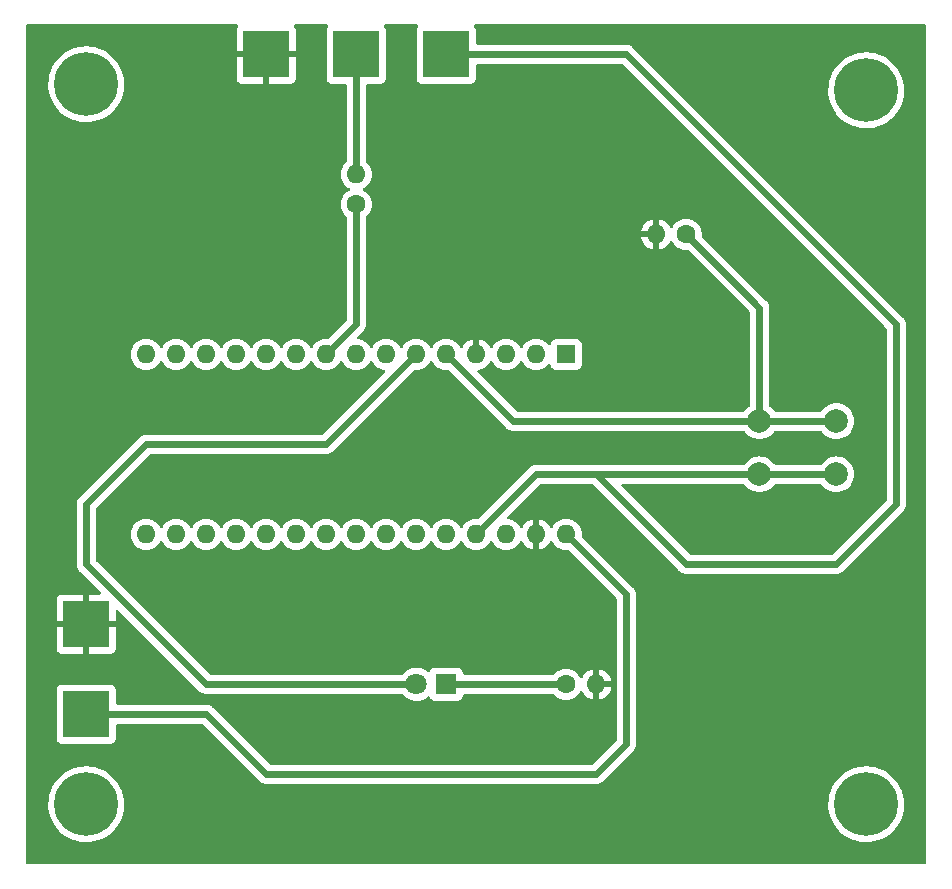
<source format=gbr>
%TF.GenerationSoftware,KiCad,Pcbnew,(6.0.4)*%
%TF.CreationDate,2025-03-27T00:11:59-07:00*%
%TF.ProjectId,led-goals,6c65642d-676f-4616-9c73-2e6b69636164,rev?*%
%TF.SameCoordinates,Original*%
%TF.FileFunction,Copper,L1,Top*%
%TF.FilePolarity,Positive*%
%FSLAX46Y46*%
G04 Gerber Fmt 4.6, Leading zero omitted, Abs format (unit mm)*
G04 Created by KiCad (PCBNEW (6.0.4)) date 2025-03-27 00:11:59*
%MOMM*%
%LPD*%
G01*
G04 APERTURE LIST*
%TA.AperFunction,ComponentPad*%
%ADD10C,0.800000*%
%TD*%
%TA.AperFunction,ComponentPad*%
%ADD11C,5.400000*%
%TD*%
%TA.AperFunction,ComponentPad*%
%ADD12C,2.000000*%
%TD*%
%TA.AperFunction,ComponentPad*%
%ADD13C,1.600000*%
%TD*%
%TA.AperFunction,ComponentPad*%
%ADD14O,1.600000X1.600000*%
%TD*%
%TA.AperFunction,SMDPad,CuDef*%
%ADD15R,4.000000X4.000000*%
%TD*%
%TA.AperFunction,ComponentPad*%
%ADD16R,1.600000X1.600000*%
%TD*%
%TA.AperFunction,ComponentPad*%
%ADD17R,1.800000X1.800000*%
%TD*%
%TA.AperFunction,ComponentPad*%
%ADD18C,1.800000*%
%TD*%
%TA.AperFunction,ViaPad*%
%ADD19C,0.800000*%
%TD*%
%TA.AperFunction,Conductor*%
%ADD20C,0.600000*%
%TD*%
G04 APERTURE END LIST*
D10*
%TO.P,H4,1*%
%TO.N,N/C*%
X60445000Y-111760000D03*
X58420000Y-113785000D03*
X59851891Y-113191891D03*
D11*
X58420000Y-111760000D03*
D10*
X58420000Y-109735000D03*
X56988109Y-113191891D03*
X59851891Y-110328109D03*
X56395000Y-111760000D03*
X56988109Y-110328109D03*
%TD*%
%TO.P,H3,1*%
%TO.N,N/C*%
X126485000Y-51315000D03*
X124460000Y-53340000D03*
X125891891Y-52746891D03*
D11*
X124460000Y-51315000D03*
D10*
X124460000Y-49290000D03*
X123028109Y-52746891D03*
X125891891Y-49883109D03*
X122435000Y-51315000D03*
X123028109Y-49883109D03*
%TD*%
%TO.P,H2,1*%
%TO.N,N/C*%
X60445000Y-50800000D03*
X58420000Y-52825000D03*
X59851891Y-52231891D03*
D11*
X58420000Y-50800000D03*
D10*
X58420000Y-48775000D03*
X56988109Y-52231891D03*
X59851891Y-49368109D03*
X56395000Y-50800000D03*
X56988109Y-49368109D03*
%TD*%
%TO.P,H1,1*%
%TO.N,N/C*%
X126485000Y-111760000D03*
X124460000Y-113785000D03*
X125891891Y-113191891D03*
D11*
X124460000Y-111760000D03*
D10*
X124460000Y-109735000D03*
X123028109Y-113191891D03*
X125891891Y-110328109D03*
X122435000Y-111760000D03*
X123028109Y-110328109D03*
%TD*%
D12*
%TO.P,SW1,1,1*%
%TO.N,Net-(A1-Pad27)*%
X115420000Y-83820000D03*
X121920000Y-83820000D03*
%TO.P,SW1,2,2*%
%TO.N,Net-(A1-Pad5)*%
X121920000Y-79320000D03*
X115420000Y-79320000D03*
%TD*%
D13*
%TO.P,R1,1*%
%TO.N,Net-(A1-Pad9)*%
X81280000Y-60960000D03*
D14*
%TO.P,R1,2*%
%TO.N,Net-(J4-Pad1)*%
X81280000Y-58420000D03*
%TD*%
D15*
%TO.P,J4,1,LEDSTRIPD*%
%TO.N,Net-(J4-Pad1)*%
X81280000Y-48260000D03*
%TD*%
D13*
%TO.P,R3,1*%
%TO.N,Net-(A1-Pad5)*%
X109220000Y-63500000D03*
D14*
%TO.P,R3,2*%
%TO.N,GND*%
X106680000Y-63500000D03*
%TD*%
D15*
%TO.P,J1,1,GND*%
%TO.N,GND*%
X58420000Y-96520000D03*
%TD*%
D16*
%TO.P,A1,1,D1/TX*%
%TO.N,unconnected-(A1-Pad1)*%
X99060000Y-73660000D03*
D14*
%TO.P,A1,2,D0/RX*%
%TO.N,unconnected-(A1-Pad2)*%
X96520000Y-73660000D03*
%TO.P,A1,3,~{RESET}*%
%TO.N,unconnected-(A1-Pad3)*%
X93980000Y-73660000D03*
%TO.P,A1,4,GND*%
%TO.N,GND*%
X91440000Y-73660000D03*
%TO.P,A1,5,D2*%
%TO.N,Net-(A1-Pad5)*%
X88900000Y-73660000D03*
%TO.P,A1,6,D3*%
%TO.N,Net-(A1-Pad6)*%
X86360000Y-73660000D03*
%TO.P,A1,7,D4*%
%TO.N,unconnected-(A1-Pad7)*%
X83820000Y-73660000D03*
%TO.P,A1,8,D5*%
%TO.N,unconnected-(A1-Pad8)*%
X81280000Y-73660000D03*
%TO.P,A1,9,D6*%
%TO.N,Net-(A1-Pad9)*%
X78740000Y-73660000D03*
%TO.P,A1,10,D7*%
%TO.N,unconnected-(A1-Pad10)*%
X76200000Y-73660000D03*
%TO.P,A1,11,D8*%
%TO.N,unconnected-(A1-Pad11)*%
X73660000Y-73660000D03*
%TO.P,A1,12,D9*%
%TO.N,unconnected-(A1-Pad12)*%
X71120000Y-73660000D03*
%TO.P,A1,13,D10*%
%TO.N,unconnected-(A1-Pad13)*%
X68580000Y-73660000D03*
%TO.P,A1,14,D11*%
%TO.N,unconnected-(A1-Pad14)*%
X66040000Y-73660000D03*
%TO.P,A1,15,D12*%
%TO.N,unconnected-(A1-Pad15)*%
X63500000Y-73660000D03*
%TO.P,A1,16,D13*%
%TO.N,unconnected-(A1-Pad16)*%
X63500000Y-88900000D03*
%TO.P,A1,17,3V3*%
%TO.N,unconnected-(A1-Pad17)*%
X66040000Y-88900000D03*
%TO.P,A1,18,AREF*%
%TO.N,unconnected-(A1-Pad18)*%
X68580000Y-88900000D03*
%TO.P,A1,19,A0*%
%TO.N,unconnected-(A1-Pad19)*%
X71120000Y-88900000D03*
%TO.P,A1,20,A1*%
%TO.N,unconnected-(A1-Pad20)*%
X73660000Y-88900000D03*
%TO.P,A1,21,A2*%
%TO.N,unconnected-(A1-Pad21)*%
X76200000Y-88900000D03*
%TO.P,A1,22,A3*%
%TO.N,unconnected-(A1-Pad22)*%
X78740000Y-88900000D03*
%TO.P,A1,23,A4*%
%TO.N,unconnected-(A1-Pad23)*%
X81280000Y-88900000D03*
%TO.P,A1,24,A5*%
%TO.N,unconnected-(A1-Pad24)*%
X83820000Y-88900000D03*
%TO.P,A1,25,A6*%
%TO.N,unconnected-(A1-Pad25)*%
X86360000Y-88900000D03*
%TO.P,A1,26,A7*%
%TO.N,unconnected-(A1-Pad26)*%
X88900000Y-88900000D03*
%TO.P,A1,27,+5V*%
%TO.N,Net-(A1-Pad27)*%
X91440000Y-88900000D03*
%TO.P,A1,28,~{RESET}*%
%TO.N,unconnected-(A1-Pad28)*%
X93980000Y-88900000D03*
%TO.P,A1,29,GND*%
%TO.N,GND*%
X96520000Y-88900000D03*
%TO.P,A1,30,VIN*%
%TO.N,Net-(A1-Pad30)*%
X99060000Y-88900000D03*
%TD*%
D15*
%TO.P,J3,1,LED_Strip+*%
%TO.N,Net-(A1-Pad27)*%
X88900000Y-48260000D03*
%TD*%
D17*
%TO.P,D1,1,K*%
%TO.N,Net-(D1-Pad1)*%
X88900000Y-101600000D03*
D18*
%TO.P,D1,2,A*%
%TO.N,Net-(A1-Pad6)*%
X86360000Y-101600000D03*
%TD*%
D15*
%TO.P,J5,1,LEDSTRIP-*%
%TO.N,GND*%
X73660000Y-48260000D03*
%TD*%
%TO.P,J2,1,VCC(9V)*%
%TO.N,Net-(A1-Pad30)*%
X58420000Y-104140000D03*
%TD*%
D13*
%TO.P,R2,1*%
%TO.N,Net-(D1-Pad1)*%
X99060000Y-101600000D03*
D14*
%TO.P,R2,2*%
%TO.N,GND*%
X101600000Y-101600000D03*
%TD*%
D19*
%TO.N,GND*%
X106680000Y-63500000D03*
X101600000Y-101600000D03*
X73660000Y-48260000D03*
X96520000Y-88900000D03*
X58420000Y-96520000D03*
%TO.N,Net-(A1-Pad30)*%
X99060000Y-88900000D03*
X99060000Y-88900000D03*
%TD*%
D20*
%TO.N,Net-(A1-Pad5)*%
X121920000Y-79320000D02*
X115420000Y-79320000D01*
%TO.N,Net-(A1-Pad27)*%
X121920000Y-83820000D02*
X115420000Y-83820000D01*
%TO.N,Net-(A1-Pad30)*%
X73660000Y-109220000D02*
X68580000Y-104140000D01*
X101600000Y-109220000D02*
X73660000Y-109220000D01*
X104140000Y-106680000D02*
X101600000Y-109220000D01*
X68580000Y-104140000D02*
X58420000Y-104140000D01*
%TO.N,Net-(A1-Pad27)*%
X127000000Y-86360000D02*
X121920000Y-91440000D01*
X109220000Y-91440000D02*
X101600000Y-83820000D01*
X127000000Y-71120000D02*
X127000000Y-86360000D01*
X121920000Y-91440000D02*
X119380000Y-91440000D01*
X119380000Y-91440000D02*
X109220000Y-91440000D01*
X104140000Y-48260000D02*
X127000000Y-71120000D01*
X88900000Y-48260000D02*
X104140000Y-48260000D01*
%TO.N,Net-(A1-Pad5)*%
X115420000Y-69700000D02*
X109220000Y-63500000D01*
X115420000Y-79320000D02*
X115420000Y-69700000D01*
X94560000Y-79320000D02*
X88900000Y-73660000D01*
X115420000Y-79320000D02*
X94560000Y-79320000D01*
%TO.N,Net-(A1-Pad27)*%
X115420000Y-83820000D02*
X96520000Y-83820000D01*
X96520000Y-83820000D02*
X91440000Y-88900000D01*
%TO.N,Net-(D1-Pad1)*%
X88900000Y-101600000D02*
X99060000Y-101600000D01*
%TO.N,Net-(A1-Pad30)*%
X104140000Y-106680000D02*
X104140000Y-93980000D01*
X104140000Y-93980000D02*
X99060000Y-88900000D01*
%TO.N,Net-(A1-Pad6)*%
X78740000Y-81280000D02*
X86360000Y-73660000D01*
X63500000Y-81280000D02*
X78740000Y-81280000D01*
X58420000Y-86360000D02*
X63500000Y-81280000D01*
X58420000Y-91440000D02*
X58420000Y-86360000D01*
X68580000Y-101600000D02*
X58420000Y-91440000D01*
X86360000Y-101600000D02*
X68580000Y-101600000D01*
%TO.N,Net-(A1-Pad9)*%
X81280000Y-60960000D02*
X81280000Y-71120000D01*
X81280000Y-71120000D02*
X78740000Y-73660000D01*
%TO.N,Net-(J4-Pad1)*%
X81280000Y-48260000D02*
X81280000Y-58420000D01*
%TD*%
%TA.AperFunction,Conductor*%
%TO.N,GND*%
G36*
X71246053Y-45740002D02*
G01*
X71292546Y-45793658D01*
X71302650Y-45863932D01*
X71278758Y-45921565D01*
X71215214Y-46006352D01*
X71206676Y-46021946D01*
X71161522Y-46142394D01*
X71157895Y-46157649D01*
X71152369Y-46208514D01*
X71152000Y-46215328D01*
X71152000Y-47987885D01*
X71156475Y-48003124D01*
X71157865Y-48004329D01*
X71165548Y-48006000D01*
X76149884Y-48006000D01*
X76165123Y-48001525D01*
X76166328Y-48000135D01*
X76167999Y-47992452D01*
X76167999Y-46215331D01*
X76167629Y-46208510D01*
X76162105Y-46157648D01*
X76158479Y-46142396D01*
X76113324Y-46021946D01*
X76104786Y-46006352D01*
X76041242Y-45921565D01*
X76016394Y-45855059D01*
X76031447Y-45785676D01*
X76081621Y-45735446D01*
X76142068Y-45720000D01*
X78797307Y-45720000D01*
X78865428Y-45740002D01*
X78911921Y-45793658D01*
X78922025Y-45863932D01*
X78898133Y-45921565D01*
X78829385Y-46013295D01*
X78778255Y-46149684D01*
X78771500Y-46211866D01*
X78771500Y-50308134D01*
X78778255Y-50370316D01*
X78829385Y-50506705D01*
X78916739Y-50623261D01*
X79033295Y-50710615D01*
X79169684Y-50761745D01*
X79231866Y-50768500D01*
X80345500Y-50768500D01*
X80413621Y-50788502D01*
X80460114Y-50842158D01*
X80471500Y-50894500D01*
X80471500Y-57325812D01*
X80451498Y-57393933D01*
X80434595Y-57414907D01*
X80273802Y-57575700D01*
X80142477Y-57763251D01*
X80140154Y-57768233D01*
X80140151Y-57768238D01*
X80048039Y-57965775D01*
X80045716Y-57970757D01*
X79986457Y-58191913D01*
X79966502Y-58420000D01*
X79986457Y-58648087D01*
X80045716Y-58869243D01*
X80048039Y-58874224D01*
X80048039Y-58874225D01*
X80140151Y-59071762D01*
X80140154Y-59071767D01*
X80142477Y-59076749D01*
X80273802Y-59264300D01*
X80435700Y-59426198D01*
X80440208Y-59429355D01*
X80440211Y-59429357D01*
X80518389Y-59484098D01*
X80623251Y-59557523D01*
X80628233Y-59559846D01*
X80628238Y-59559849D01*
X80662457Y-59575805D01*
X80715742Y-59622722D01*
X80735203Y-59690999D01*
X80714661Y-59758959D01*
X80662457Y-59804195D01*
X80628238Y-59820151D01*
X80628233Y-59820154D01*
X80623251Y-59822477D01*
X80518389Y-59895902D01*
X80440211Y-59950643D01*
X80440208Y-59950645D01*
X80435700Y-59953802D01*
X80273802Y-60115700D01*
X80142477Y-60303251D01*
X80140154Y-60308233D01*
X80140151Y-60308238D01*
X80048039Y-60505775D01*
X80045716Y-60510757D01*
X79986457Y-60731913D01*
X79966502Y-60960000D01*
X79986457Y-61188087D01*
X80045716Y-61409243D01*
X80048039Y-61414224D01*
X80048039Y-61414225D01*
X80140151Y-61611762D01*
X80140154Y-61611767D01*
X80142477Y-61616749D01*
X80273802Y-61804300D01*
X80434595Y-61965093D01*
X80468621Y-62027405D01*
X80471500Y-62054188D01*
X80471500Y-70732919D01*
X80451498Y-70801040D01*
X80434595Y-70822014D01*
X78937968Y-72318640D01*
X78875656Y-72352666D01*
X78837892Y-72355066D01*
X78745476Y-72346981D01*
X78745475Y-72346981D01*
X78740000Y-72346502D01*
X78511913Y-72366457D01*
X78506600Y-72367881D01*
X78506598Y-72367881D01*
X78296067Y-72424293D01*
X78296065Y-72424294D01*
X78290757Y-72425716D01*
X78285776Y-72428039D01*
X78285775Y-72428039D01*
X78088238Y-72520151D01*
X78088233Y-72520154D01*
X78083251Y-72522477D01*
X77978389Y-72595902D01*
X77900211Y-72650643D01*
X77900208Y-72650645D01*
X77895700Y-72653802D01*
X77733802Y-72815700D01*
X77602477Y-73003251D01*
X77600154Y-73008233D01*
X77600151Y-73008238D01*
X77584195Y-73042457D01*
X77537278Y-73095742D01*
X77469001Y-73115203D01*
X77401041Y-73094661D01*
X77355805Y-73042457D01*
X77339849Y-73008238D01*
X77339846Y-73008233D01*
X77337523Y-73003251D01*
X77206198Y-72815700D01*
X77044300Y-72653802D01*
X77039792Y-72650645D01*
X77039789Y-72650643D01*
X76961611Y-72595902D01*
X76856749Y-72522477D01*
X76851767Y-72520154D01*
X76851762Y-72520151D01*
X76654225Y-72428039D01*
X76654224Y-72428039D01*
X76649243Y-72425716D01*
X76643935Y-72424294D01*
X76643933Y-72424293D01*
X76433402Y-72367881D01*
X76433400Y-72367881D01*
X76428087Y-72366457D01*
X76200000Y-72346502D01*
X75971913Y-72366457D01*
X75966600Y-72367881D01*
X75966598Y-72367881D01*
X75756067Y-72424293D01*
X75756065Y-72424294D01*
X75750757Y-72425716D01*
X75745776Y-72428039D01*
X75745775Y-72428039D01*
X75548238Y-72520151D01*
X75548233Y-72520154D01*
X75543251Y-72522477D01*
X75438389Y-72595902D01*
X75360211Y-72650643D01*
X75360208Y-72650645D01*
X75355700Y-72653802D01*
X75193802Y-72815700D01*
X75062477Y-73003251D01*
X75060154Y-73008233D01*
X75060151Y-73008238D01*
X75044195Y-73042457D01*
X74997278Y-73095742D01*
X74929001Y-73115203D01*
X74861041Y-73094661D01*
X74815805Y-73042457D01*
X74799849Y-73008238D01*
X74799846Y-73008233D01*
X74797523Y-73003251D01*
X74666198Y-72815700D01*
X74504300Y-72653802D01*
X74499792Y-72650645D01*
X74499789Y-72650643D01*
X74421611Y-72595902D01*
X74316749Y-72522477D01*
X74311767Y-72520154D01*
X74311762Y-72520151D01*
X74114225Y-72428039D01*
X74114224Y-72428039D01*
X74109243Y-72425716D01*
X74103935Y-72424294D01*
X74103933Y-72424293D01*
X73893402Y-72367881D01*
X73893400Y-72367881D01*
X73888087Y-72366457D01*
X73660000Y-72346502D01*
X73431913Y-72366457D01*
X73426600Y-72367881D01*
X73426598Y-72367881D01*
X73216067Y-72424293D01*
X73216065Y-72424294D01*
X73210757Y-72425716D01*
X73205776Y-72428039D01*
X73205775Y-72428039D01*
X73008238Y-72520151D01*
X73008233Y-72520154D01*
X73003251Y-72522477D01*
X72898389Y-72595902D01*
X72820211Y-72650643D01*
X72820208Y-72650645D01*
X72815700Y-72653802D01*
X72653802Y-72815700D01*
X72522477Y-73003251D01*
X72520154Y-73008233D01*
X72520151Y-73008238D01*
X72504195Y-73042457D01*
X72457278Y-73095742D01*
X72389001Y-73115203D01*
X72321041Y-73094661D01*
X72275805Y-73042457D01*
X72259849Y-73008238D01*
X72259846Y-73008233D01*
X72257523Y-73003251D01*
X72126198Y-72815700D01*
X71964300Y-72653802D01*
X71959792Y-72650645D01*
X71959789Y-72650643D01*
X71881611Y-72595902D01*
X71776749Y-72522477D01*
X71771767Y-72520154D01*
X71771762Y-72520151D01*
X71574225Y-72428039D01*
X71574224Y-72428039D01*
X71569243Y-72425716D01*
X71563935Y-72424294D01*
X71563933Y-72424293D01*
X71353402Y-72367881D01*
X71353400Y-72367881D01*
X71348087Y-72366457D01*
X71120000Y-72346502D01*
X70891913Y-72366457D01*
X70886600Y-72367881D01*
X70886598Y-72367881D01*
X70676067Y-72424293D01*
X70676065Y-72424294D01*
X70670757Y-72425716D01*
X70665776Y-72428039D01*
X70665775Y-72428039D01*
X70468238Y-72520151D01*
X70468233Y-72520154D01*
X70463251Y-72522477D01*
X70358389Y-72595902D01*
X70280211Y-72650643D01*
X70280208Y-72650645D01*
X70275700Y-72653802D01*
X70113802Y-72815700D01*
X69982477Y-73003251D01*
X69980154Y-73008233D01*
X69980151Y-73008238D01*
X69964195Y-73042457D01*
X69917278Y-73095742D01*
X69849001Y-73115203D01*
X69781041Y-73094661D01*
X69735805Y-73042457D01*
X69719849Y-73008238D01*
X69719846Y-73008233D01*
X69717523Y-73003251D01*
X69586198Y-72815700D01*
X69424300Y-72653802D01*
X69419792Y-72650645D01*
X69419789Y-72650643D01*
X69341611Y-72595902D01*
X69236749Y-72522477D01*
X69231767Y-72520154D01*
X69231762Y-72520151D01*
X69034225Y-72428039D01*
X69034224Y-72428039D01*
X69029243Y-72425716D01*
X69023935Y-72424294D01*
X69023933Y-72424293D01*
X68813402Y-72367881D01*
X68813400Y-72367881D01*
X68808087Y-72366457D01*
X68580000Y-72346502D01*
X68351913Y-72366457D01*
X68346600Y-72367881D01*
X68346598Y-72367881D01*
X68136067Y-72424293D01*
X68136065Y-72424294D01*
X68130757Y-72425716D01*
X68125776Y-72428039D01*
X68125775Y-72428039D01*
X67928238Y-72520151D01*
X67928233Y-72520154D01*
X67923251Y-72522477D01*
X67818389Y-72595902D01*
X67740211Y-72650643D01*
X67740208Y-72650645D01*
X67735700Y-72653802D01*
X67573802Y-72815700D01*
X67442477Y-73003251D01*
X67440154Y-73008233D01*
X67440151Y-73008238D01*
X67424195Y-73042457D01*
X67377278Y-73095742D01*
X67309001Y-73115203D01*
X67241041Y-73094661D01*
X67195805Y-73042457D01*
X67179849Y-73008238D01*
X67179846Y-73008233D01*
X67177523Y-73003251D01*
X67046198Y-72815700D01*
X66884300Y-72653802D01*
X66879792Y-72650645D01*
X66879789Y-72650643D01*
X66801611Y-72595902D01*
X66696749Y-72522477D01*
X66691767Y-72520154D01*
X66691762Y-72520151D01*
X66494225Y-72428039D01*
X66494224Y-72428039D01*
X66489243Y-72425716D01*
X66483935Y-72424294D01*
X66483933Y-72424293D01*
X66273402Y-72367881D01*
X66273400Y-72367881D01*
X66268087Y-72366457D01*
X66040000Y-72346502D01*
X65811913Y-72366457D01*
X65806600Y-72367881D01*
X65806598Y-72367881D01*
X65596067Y-72424293D01*
X65596065Y-72424294D01*
X65590757Y-72425716D01*
X65585776Y-72428039D01*
X65585775Y-72428039D01*
X65388238Y-72520151D01*
X65388233Y-72520154D01*
X65383251Y-72522477D01*
X65278389Y-72595902D01*
X65200211Y-72650643D01*
X65200208Y-72650645D01*
X65195700Y-72653802D01*
X65033802Y-72815700D01*
X64902477Y-73003251D01*
X64900154Y-73008233D01*
X64900151Y-73008238D01*
X64884195Y-73042457D01*
X64837278Y-73095742D01*
X64769001Y-73115203D01*
X64701041Y-73094661D01*
X64655805Y-73042457D01*
X64639849Y-73008238D01*
X64639846Y-73008233D01*
X64637523Y-73003251D01*
X64506198Y-72815700D01*
X64344300Y-72653802D01*
X64339792Y-72650645D01*
X64339789Y-72650643D01*
X64261611Y-72595902D01*
X64156749Y-72522477D01*
X64151767Y-72520154D01*
X64151762Y-72520151D01*
X63954225Y-72428039D01*
X63954224Y-72428039D01*
X63949243Y-72425716D01*
X63943935Y-72424294D01*
X63943933Y-72424293D01*
X63733402Y-72367881D01*
X63733400Y-72367881D01*
X63728087Y-72366457D01*
X63500000Y-72346502D01*
X63271913Y-72366457D01*
X63266600Y-72367881D01*
X63266598Y-72367881D01*
X63056067Y-72424293D01*
X63056065Y-72424294D01*
X63050757Y-72425716D01*
X63045776Y-72428039D01*
X63045775Y-72428039D01*
X62848238Y-72520151D01*
X62848233Y-72520154D01*
X62843251Y-72522477D01*
X62738389Y-72595902D01*
X62660211Y-72650643D01*
X62660208Y-72650645D01*
X62655700Y-72653802D01*
X62493802Y-72815700D01*
X62362477Y-73003251D01*
X62360154Y-73008233D01*
X62360151Y-73008238D01*
X62360034Y-73008489D01*
X62265716Y-73210757D01*
X62206457Y-73431913D01*
X62186502Y-73660000D01*
X62206457Y-73888087D01*
X62207881Y-73893400D01*
X62207881Y-73893402D01*
X62210350Y-73902614D01*
X62265716Y-74109243D01*
X62268039Y-74114224D01*
X62268039Y-74114225D01*
X62360151Y-74311762D01*
X62360154Y-74311767D01*
X62362477Y-74316749D01*
X62493802Y-74504300D01*
X62655700Y-74666198D01*
X62660208Y-74669355D01*
X62660211Y-74669357D01*
X62701542Y-74698297D01*
X62843251Y-74797523D01*
X62848233Y-74799846D01*
X62848238Y-74799849D01*
X63044765Y-74891490D01*
X63050757Y-74894284D01*
X63056065Y-74895706D01*
X63056067Y-74895707D01*
X63266598Y-74952119D01*
X63266600Y-74952119D01*
X63271913Y-74953543D01*
X63500000Y-74973498D01*
X63728087Y-74953543D01*
X63733400Y-74952119D01*
X63733402Y-74952119D01*
X63943933Y-74895707D01*
X63943935Y-74895706D01*
X63949243Y-74894284D01*
X63955235Y-74891490D01*
X64151762Y-74799849D01*
X64151767Y-74799846D01*
X64156749Y-74797523D01*
X64298458Y-74698297D01*
X64339789Y-74669357D01*
X64339792Y-74669355D01*
X64344300Y-74666198D01*
X64506198Y-74504300D01*
X64637523Y-74316749D01*
X64639846Y-74311767D01*
X64639849Y-74311762D01*
X64655805Y-74277543D01*
X64702722Y-74224258D01*
X64770999Y-74204797D01*
X64838959Y-74225339D01*
X64884195Y-74277543D01*
X64900151Y-74311762D01*
X64900154Y-74311767D01*
X64902477Y-74316749D01*
X65033802Y-74504300D01*
X65195700Y-74666198D01*
X65200208Y-74669355D01*
X65200211Y-74669357D01*
X65241542Y-74698297D01*
X65383251Y-74797523D01*
X65388233Y-74799846D01*
X65388238Y-74799849D01*
X65584765Y-74891490D01*
X65590757Y-74894284D01*
X65596065Y-74895706D01*
X65596067Y-74895707D01*
X65806598Y-74952119D01*
X65806600Y-74952119D01*
X65811913Y-74953543D01*
X66040000Y-74973498D01*
X66268087Y-74953543D01*
X66273400Y-74952119D01*
X66273402Y-74952119D01*
X66483933Y-74895707D01*
X66483935Y-74895706D01*
X66489243Y-74894284D01*
X66495235Y-74891490D01*
X66691762Y-74799849D01*
X66691767Y-74799846D01*
X66696749Y-74797523D01*
X66838458Y-74698297D01*
X66879789Y-74669357D01*
X66879792Y-74669355D01*
X66884300Y-74666198D01*
X67046198Y-74504300D01*
X67177523Y-74316749D01*
X67179846Y-74311767D01*
X67179849Y-74311762D01*
X67195805Y-74277543D01*
X67242722Y-74224258D01*
X67310999Y-74204797D01*
X67378959Y-74225339D01*
X67424195Y-74277543D01*
X67440151Y-74311762D01*
X67440154Y-74311767D01*
X67442477Y-74316749D01*
X67573802Y-74504300D01*
X67735700Y-74666198D01*
X67740208Y-74669355D01*
X67740211Y-74669357D01*
X67781542Y-74698297D01*
X67923251Y-74797523D01*
X67928233Y-74799846D01*
X67928238Y-74799849D01*
X68124765Y-74891490D01*
X68130757Y-74894284D01*
X68136065Y-74895706D01*
X68136067Y-74895707D01*
X68346598Y-74952119D01*
X68346600Y-74952119D01*
X68351913Y-74953543D01*
X68580000Y-74973498D01*
X68808087Y-74953543D01*
X68813400Y-74952119D01*
X68813402Y-74952119D01*
X69023933Y-74895707D01*
X69023935Y-74895706D01*
X69029243Y-74894284D01*
X69035235Y-74891490D01*
X69231762Y-74799849D01*
X69231767Y-74799846D01*
X69236749Y-74797523D01*
X69378458Y-74698297D01*
X69419789Y-74669357D01*
X69419792Y-74669355D01*
X69424300Y-74666198D01*
X69586198Y-74504300D01*
X69717523Y-74316749D01*
X69719846Y-74311767D01*
X69719849Y-74311762D01*
X69735805Y-74277543D01*
X69782722Y-74224258D01*
X69850999Y-74204797D01*
X69918959Y-74225339D01*
X69964195Y-74277543D01*
X69980151Y-74311762D01*
X69980154Y-74311767D01*
X69982477Y-74316749D01*
X70113802Y-74504300D01*
X70275700Y-74666198D01*
X70280208Y-74669355D01*
X70280211Y-74669357D01*
X70321542Y-74698297D01*
X70463251Y-74797523D01*
X70468233Y-74799846D01*
X70468238Y-74799849D01*
X70664765Y-74891490D01*
X70670757Y-74894284D01*
X70676065Y-74895706D01*
X70676067Y-74895707D01*
X70886598Y-74952119D01*
X70886600Y-74952119D01*
X70891913Y-74953543D01*
X71120000Y-74973498D01*
X71348087Y-74953543D01*
X71353400Y-74952119D01*
X71353402Y-74952119D01*
X71563933Y-74895707D01*
X71563935Y-74895706D01*
X71569243Y-74894284D01*
X71575235Y-74891490D01*
X71771762Y-74799849D01*
X71771767Y-74799846D01*
X71776749Y-74797523D01*
X71918458Y-74698297D01*
X71959789Y-74669357D01*
X71959792Y-74669355D01*
X71964300Y-74666198D01*
X72126198Y-74504300D01*
X72257523Y-74316749D01*
X72259846Y-74311767D01*
X72259849Y-74311762D01*
X72275805Y-74277543D01*
X72322722Y-74224258D01*
X72390999Y-74204797D01*
X72458959Y-74225339D01*
X72504195Y-74277543D01*
X72520151Y-74311762D01*
X72520154Y-74311767D01*
X72522477Y-74316749D01*
X72653802Y-74504300D01*
X72815700Y-74666198D01*
X72820208Y-74669355D01*
X72820211Y-74669357D01*
X72861542Y-74698297D01*
X73003251Y-74797523D01*
X73008233Y-74799846D01*
X73008238Y-74799849D01*
X73204765Y-74891490D01*
X73210757Y-74894284D01*
X73216065Y-74895706D01*
X73216067Y-74895707D01*
X73426598Y-74952119D01*
X73426600Y-74952119D01*
X73431913Y-74953543D01*
X73660000Y-74973498D01*
X73888087Y-74953543D01*
X73893400Y-74952119D01*
X73893402Y-74952119D01*
X74103933Y-74895707D01*
X74103935Y-74895706D01*
X74109243Y-74894284D01*
X74115235Y-74891490D01*
X74311762Y-74799849D01*
X74311767Y-74799846D01*
X74316749Y-74797523D01*
X74458458Y-74698297D01*
X74499789Y-74669357D01*
X74499792Y-74669355D01*
X74504300Y-74666198D01*
X74666198Y-74504300D01*
X74797523Y-74316749D01*
X74799846Y-74311767D01*
X74799849Y-74311762D01*
X74815805Y-74277543D01*
X74862722Y-74224258D01*
X74930999Y-74204797D01*
X74998959Y-74225339D01*
X75044195Y-74277543D01*
X75060151Y-74311762D01*
X75060154Y-74311767D01*
X75062477Y-74316749D01*
X75193802Y-74504300D01*
X75355700Y-74666198D01*
X75360208Y-74669355D01*
X75360211Y-74669357D01*
X75401542Y-74698297D01*
X75543251Y-74797523D01*
X75548233Y-74799846D01*
X75548238Y-74799849D01*
X75744765Y-74891490D01*
X75750757Y-74894284D01*
X75756065Y-74895706D01*
X75756067Y-74895707D01*
X75966598Y-74952119D01*
X75966600Y-74952119D01*
X75971913Y-74953543D01*
X76200000Y-74973498D01*
X76428087Y-74953543D01*
X76433400Y-74952119D01*
X76433402Y-74952119D01*
X76643933Y-74895707D01*
X76643935Y-74895706D01*
X76649243Y-74894284D01*
X76655235Y-74891490D01*
X76851762Y-74799849D01*
X76851767Y-74799846D01*
X76856749Y-74797523D01*
X76998458Y-74698297D01*
X77039789Y-74669357D01*
X77039792Y-74669355D01*
X77044300Y-74666198D01*
X77206198Y-74504300D01*
X77337523Y-74316749D01*
X77339846Y-74311767D01*
X77339849Y-74311762D01*
X77355805Y-74277543D01*
X77402722Y-74224258D01*
X77470999Y-74204797D01*
X77538959Y-74225339D01*
X77584195Y-74277543D01*
X77600151Y-74311762D01*
X77600154Y-74311767D01*
X77602477Y-74316749D01*
X77733802Y-74504300D01*
X77895700Y-74666198D01*
X77900208Y-74669355D01*
X77900211Y-74669357D01*
X77941542Y-74698297D01*
X78083251Y-74797523D01*
X78088233Y-74799846D01*
X78088238Y-74799849D01*
X78284765Y-74891490D01*
X78290757Y-74894284D01*
X78296065Y-74895706D01*
X78296067Y-74895707D01*
X78506598Y-74952119D01*
X78506600Y-74952119D01*
X78511913Y-74953543D01*
X78740000Y-74973498D01*
X78968087Y-74953543D01*
X78973400Y-74952119D01*
X78973402Y-74952119D01*
X79183933Y-74895707D01*
X79183935Y-74895706D01*
X79189243Y-74894284D01*
X79195235Y-74891490D01*
X79391762Y-74799849D01*
X79391767Y-74799846D01*
X79396749Y-74797523D01*
X79538458Y-74698297D01*
X79579789Y-74669357D01*
X79579792Y-74669355D01*
X79584300Y-74666198D01*
X79746198Y-74504300D01*
X79877523Y-74316749D01*
X79879846Y-74311767D01*
X79879849Y-74311762D01*
X79895805Y-74277543D01*
X79942722Y-74224258D01*
X80010999Y-74204797D01*
X80078959Y-74225339D01*
X80124195Y-74277543D01*
X80140151Y-74311762D01*
X80140154Y-74311767D01*
X80142477Y-74316749D01*
X80273802Y-74504300D01*
X80435700Y-74666198D01*
X80440208Y-74669355D01*
X80440211Y-74669357D01*
X80481542Y-74698297D01*
X80623251Y-74797523D01*
X80628233Y-74799846D01*
X80628238Y-74799849D01*
X80824765Y-74891490D01*
X80830757Y-74894284D01*
X80836065Y-74895706D01*
X80836067Y-74895707D01*
X81046598Y-74952119D01*
X81046600Y-74952119D01*
X81051913Y-74953543D01*
X81280000Y-74973498D01*
X81508087Y-74953543D01*
X81513400Y-74952119D01*
X81513402Y-74952119D01*
X81723933Y-74895707D01*
X81723935Y-74895706D01*
X81729243Y-74894284D01*
X81735235Y-74891490D01*
X81931762Y-74799849D01*
X81931767Y-74799846D01*
X81936749Y-74797523D01*
X82078458Y-74698297D01*
X82119789Y-74669357D01*
X82119792Y-74669355D01*
X82124300Y-74666198D01*
X82286198Y-74504300D01*
X82417523Y-74316749D01*
X82419846Y-74311767D01*
X82419849Y-74311762D01*
X82435805Y-74277543D01*
X82482722Y-74224258D01*
X82550999Y-74204797D01*
X82618959Y-74225339D01*
X82664195Y-74277543D01*
X82680151Y-74311762D01*
X82680154Y-74311767D01*
X82682477Y-74316749D01*
X82813802Y-74504300D01*
X82975700Y-74666198D01*
X82980208Y-74669355D01*
X82980211Y-74669357D01*
X83021542Y-74698297D01*
X83163251Y-74797523D01*
X83168233Y-74799846D01*
X83168238Y-74799849D01*
X83364765Y-74891490D01*
X83370757Y-74894284D01*
X83376065Y-74895706D01*
X83376067Y-74895707D01*
X83586598Y-74952119D01*
X83586600Y-74952119D01*
X83591913Y-74953543D01*
X83597389Y-74954022D01*
X83597394Y-74954023D01*
X83620255Y-74956023D01*
X83627245Y-74956634D01*
X83693363Y-74982497D01*
X83735003Y-75040000D01*
X83738944Y-75110887D01*
X83705359Y-75171250D01*
X78442013Y-80434595D01*
X78379701Y-80468621D01*
X78352918Y-80471500D01*
X63509214Y-80471500D01*
X63507894Y-80471493D01*
X63506819Y-80471482D01*
X63417779Y-80470549D01*
X63375403Y-80479711D01*
X63362837Y-80481769D01*
X63319745Y-80486603D01*
X63313094Y-80488919D01*
X63313090Y-80488920D01*
X63288070Y-80497633D01*
X63273257Y-80501796D01*
X63240490Y-80508881D01*
X63201187Y-80527208D01*
X63189411Y-80531990D01*
X63148448Y-80546255D01*
X63142473Y-80549989D01*
X63142470Y-80549990D01*
X63120005Y-80564027D01*
X63106488Y-80571366D01*
X63082486Y-80582559D01*
X63076098Y-80585538D01*
X63070533Y-80589855D01*
X63070531Y-80589856D01*
X63041847Y-80612106D01*
X63031388Y-80619402D01*
X63000596Y-80638642D01*
X63000593Y-80638644D01*
X62994624Y-80642374D01*
X62989629Y-80647334D01*
X62989628Y-80647335D01*
X62965821Y-80670976D01*
X62965196Y-80671561D01*
X62964530Y-80672078D01*
X62938540Y-80698068D01*
X62865918Y-80770185D01*
X62865260Y-80771222D01*
X62864157Y-80772451D01*
X57854842Y-85781766D01*
X57853905Y-85782694D01*
X57789493Y-85845771D01*
X57766002Y-85882221D01*
X57758583Y-85892546D01*
X57731524Y-85926443D01*
X57728459Y-85932784D01*
X57728458Y-85932785D01*
X57716928Y-85956637D01*
X57709399Y-85970054D01*
X57691235Y-85998238D01*
X57688827Y-86004855D01*
X57688824Y-86004860D01*
X57676408Y-86038973D01*
X57671447Y-86050716D01*
X57655646Y-86083403D01*
X57655644Y-86083408D01*
X57652579Y-86089749D01*
X57650996Y-86096607D01*
X57650995Y-86096609D01*
X57645035Y-86122426D01*
X57640668Y-86137169D01*
X57629197Y-86168685D01*
X57628314Y-86175675D01*
X57628312Y-86175683D01*
X57623762Y-86211701D01*
X57621526Y-86224253D01*
X57611776Y-86266485D01*
X57611751Y-86273531D01*
X57611751Y-86273534D01*
X57611634Y-86307056D01*
X57611605Y-86307938D01*
X57611500Y-86308769D01*
X57611500Y-86345572D01*
X57611143Y-86447870D01*
X57611411Y-86449070D01*
X57611500Y-86450707D01*
X57611500Y-91430786D01*
X57611493Y-91432106D01*
X57610549Y-91522221D01*
X57619711Y-91564597D01*
X57621769Y-91577163D01*
X57626603Y-91620255D01*
X57628919Y-91626906D01*
X57628920Y-91626910D01*
X57637633Y-91651930D01*
X57641796Y-91666742D01*
X57648881Y-91699510D01*
X57667208Y-91738813D01*
X57671990Y-91750589D01*
X57686255Y-91791552D01*
X57689989Y-91797527D01*
X57689990Y-91797530D01*
X57704027Y-91819995D01*
X57711366Y-91833512D01*
X57722559Y-91857514D01*
X57725538Y-91863902D01*
X57729855Y-91869467D01*
X57729856Y-91869469D01*
X57752106Y-91898153D01*
X57759402Y-91908612D01*
X57782374Y-91945376D01*
X57787334Y-91950371D01*
X57787335Y-91950372D01*
X57810976Y-91974179D01*
X57811561Y-91974804D01*
X57812078Y-91975470D01*
X57838068Y-92001460D01*
X57910185Y-92074082D01*
X57911222Y-92074740D01*
X57912451Y-92075843D01*
X59633513Y-93796905D01*
X59667539Y-93859217D01*
X59662474Y-93930032D01*
X59619927Y-93986868D01*
X59553407Y-94011679D01*
X59544418Y-94012000D01*
X58692115Y-94012000D01*
X58676876Y-94016475D01*
X58675671Y-94017865D01*
X58674000Y-94025548D01*
X58674000Y-96247885D01*
X58678475Y-96263124D01*
X58679865Y-96264329D01*
X58687548Y-96266000D01*
X60909884Y-96266000D01*
X60925123Y-96261525D01*
X60926328Y-96260135D01*
X60927999Y-96252452D01*
X60927999Y-95395581D01*
X60948001Y-95327460D01*
X61001657Y-95280967D01*
X61071931Y-95270863D01*
X61136511Y-95300357D01*
X61143094Y-95306486D01*
X68001766Y-102165158D01*
X68002694Y-102166095D01*
X68065771Y-102230507D01*
X68102221Y-102253998D01*
X68112546Y-102261417D01*
X68146443Y-102288476D01*
X68152784Y-102291541D01*
X68152785Y-102291542D01*
X68176637Y-102303072D01*
X68190054Y-102310601D01*
X68218238Y-102328765D01*
X68224855Y-102331173D01*
X68224860Y-102331176D01*
X68258973Y-102343592D01*
X68270716Y-102348553D01*
X68303400Y-102364353D01*
X68303409Y-102364356D01*
X68309749Y-102367421D01*
X68316614Y-102369006D01*
X68342428Y-102374966D01*
X68357168Y-102379332D01*
X68388685Y-102390803D01*
X68395670Y-102391685D01*
X68395677Y-102391687D01*
X68431692Y-102396237D01*
X68444243Y-102398472D01*
X68486485Y-102408225D01*
X68493529Y-102408250D01*
X68493533Y-102408250D01*
X68527072Y-102408367D01*
X68527942Y-102408396D01*
X68528769Y-102408500D01*
X68565258Y-102408500D01*
X68565697Y-102408501D01*
X68664343Y-102408845D01*
X68664348Y-102408845D01*
X68667870Y-102408857D01*
X68669070Y-102408589D01*
X68670708Y-102408500D01*
X85139235Y-102408500D01*
X85207356Y-102428502D01*
X85234472Y-102452003D01*
X85371147Y-102609784D01*
X85549349Y-102757730D01*
X85749322Y-102874584D01*
X85754147Y-102876426D01*
X85754148Y-102876427D01*
X85767428Y-102881498D01*
X85965694Y-102957209D01*
X85970760Y-102958240D01*
X85970761Y-102958240D01*
X86023846Y-102969040D01*
X86192656Y-103003385D01*
X86322089Y-103008131D01*
X86418949Y-103011683D01*
X86418953Y-103011683D01*
X86424113Y-103011872D01*
X86429233Y-103011216D01*
X86429235Y-103011216D01*
X86503166Y-103001745D01*
X86653847Y-102982442D01*
X86658795Y-102980957D01*
X86658802Y-102980956D01*
X86870747Y-102917369D01*
X86875690Y-102915886D01*
X86880565Y-102913498D01*
X87079049Y-102816262D01*
X87079052Y-102816260D01*
X87083684Y-102813991D01*
X87272243Y-102679494D01*
X87317309Y-102634585D01*
X87379681Y-102600669D01*
X87450487Y-102605857D01*
X87507249Y-102648503D01*
X87524231Y-102679607D01*
X87549385Y-102746705D01*
X87636739Y-102863261D01*
X87753295Y-102950615D01*
X87889684Y-103001745D01*
X87951866Y-103008500D01*
X89848134Y-103008500D01*
X89910316Y-103001745D01*
X90046705Y-102950615D01*
X90163261Y-102863261D01*
X90250615Y-102746705D01*
X90301745Y-102610316D01*
X90308500Y-102548134D01*
X90308500Y-102534500D01*
X90328502Y-102466379D01*
X90382158Y-102419886D01*
X90434500Y-102408500D01*
X97965812Y-102408500D01*
X98033933Y-102428502D01*
X98054907Y-102445405D01*
X98215700Y-102606198D01*
X98220208Y-102609355D01*
X98220211Y-102609357D01*
X98298389Y-102664098D01*
X98403251Y-102737523D01*
X98408233Y-102739846D01*
X98408238Y-102739849D01*
X98567238Y-102813991D01*
X98610757Y-102834284D01*
X98616065Y-102835706D01*
X98616067Y-102835707D01*
X98826598Y-102892119D01*
X98826600Y-102892119D01*
X98831913Y-102893543D01*
X99060000Y-102913498D01*
X99288087Y-102893543D01*
X99293400Y-102892119D01*
X99293402Y-102892119D01*
X99503933Y-102835707D01*
X99503935Y-102835706D01*
X99509243Y-102834284D01*
X99552762Y-102813991D01*
X99711762Y-102739849D01*
X99711767Y-102739846D01*
X99716749Y-102737523D01*
X99821611Y-102664098D01*
X99899789Y-102609357D01*
X99899792Y-102609355D01*
X99904300Y-102606198D01*
X100066198Y-102444300D01*
X100099294Y-102397035D01*
X100136715Y-102343592D01*
X100197523Y-102256749D01*
X100199846Y-102251767D01*
X100199849Y-102251762D01*
X100216081Y-102216951D01*
X100262998Y-102163666D01*
X100331275Y-102144205D01*
X100399235Y-102164747D01*
X100444471Y-102216951D01*
X100460586Y-102251511D01*
X100466069Y-102261007D01*
X100591028Y-102439467D01*
X100598084Y-102447875D01*
X100752125Y-102601916D01*
X100760533Y-102608972D01*
X100938993Y-102733931D01*
X100948489Y-102739414D01*
X101145947Y-102831490D01*
X101156239Y-102835236D01*
X101328503Y-102881394D01*
X101342599Y-102881058D01*
X101346000Y-102873116D01*
X101346000Y-102867967D01*
X101854000Y-102867967D01*
X101857973Y-102881498D01*
X101866522Y-102882727D01*
X102043761Y-102835236D01*
X102054053Y-102831490D01*
X102251511Y-102739414D01*
X102261007Y-102733931D01*
X102439467Y-102608972D01*
X102447875Y-102601916D01*
X102601916Y-102447875D01*
X102608972Y-102439467D01*
X102733931Y-102261007D01*
X102739414Y-102251511D01*
X102831490Y-102054053D01*
X102835236Y-102043761D01*
X102881394Y-101871497D01*
X102881058Y-101857401D01*
X102873116Y-101854000D01*
X101872115Y-101854000D01*
X101856876Y-101858475D01*
X101855671Y-101859865D01*
X101854000Y-101867548D01*
X101854000Y-102867967D01*
X101346000Y-102867967D01*
X101346000Y-101327885D01*
X101854000Y-101327885D01*
X101858475Y-101343124D01*
X101859865Y-101344329D01*
X101867548Y-101346000D01*
X102867967Y-101346000D01*
X102881498Y-101342027D01*
X102882727Y-101333478D01*
X102835236Y-101156239D01*
X102831490Y-101145947D01*
X102739414Y-100948489D01*
X102733931Y-100938993D01*
X102608972Y-100760533D01*
X102601916Y-100752125D01*
X102447875Y-100598084D01*
X102439467Y-100591028D01*
X102261007Y-100466069D01*
X102251511Y-100460586D01*
X102054053Y-100368510D01*
X102043761Y-100364764D01*
X101871497Y-100318606D01*
X101857401Y-100318942D01*
X101854000Y-100326884D01*
X101854000Y-101327885D01*
X101346000Y-101327885D01*
X101346000Y-100332033D01*
X101342027Y-100318502D01*
X101333478Y-100317273D01*
X101156239Y-100364764D01*
X101145947Y-100368510D01*
X100948489Y-100460586D01*
X100938993Y-100466069D01*
X100760533Y-100591028D01*
X100752125Y-100598084D01*
X100598084Y-100752125D01*
X100591028Y-100760533D01*
X100466069Y-100938993D01*
X100460586Y-100948489D01*
X100444471Y-100983049D01*
X100397554Y-101036334D01*
X100329277Y-101055795D01*
X100261317Y-101035253D01*
X100216081Y-100983049D01*
X100199849Y-100948238D01*
X100199846Y-100948233D01*
X100197523Y-100943251D01*
X100089250Y-100788621D01*
X100069357Y-100760211D01*
X100069355Y-100760208D01*
X100066198Y-100755700D01*
X99904300Y-100593802D01*
X99899792Y-100590645D01*
X99899789Y-100590643D01*
X99794481Y-100516906D01*
X99716749Y-100462477D01*
X99711767Y-100460154D01*
X99711762Y-100460151D01*
X99514225Y-100368039D01*
X99514224Y-100368039D01*
X99509243Y-100365716D01*
X99503935Y-100364294D01*
X99503933Y-100364293D01*
X99293402Y-100307881D01*
X99293400Y-100307881D01*
X99288087Y-100306457D01*
X99060000Y-100286502D01*
X98831913Y-100306457D01*
X98826600Y-100307881D01*
X98826598Y-100307881D01*
X98616067Y-100364293D01*
X98616065Y-100364294D01*
X98610757Y-100365716D01*
X98605776Y-100368039D01*
X98605775Y-100368039D01*
X98408238Y-100460151D01*
X98408233Y-100460154D01*
X98403251Y-100462477D01*
X98325519Y-100516906D01*
X98220211Y-100590643D01*
X98220208Y-100590645D01*
X98215700Y-100593802D01*
X98054907Y-100754595D01*
X97992595Y-100788621D01*
X97965812Y-100791500D01*
X90434500Y-100791500D01*
X90366379Y-100771498D01*
X90319886Y-100717842D01*
X90308500Y-100665500D01*
X90308500Y-100651866D01*
X90301745Y-100589684D01*
X90250615Y-100453295D01*
X90163261Y-100336739D01*
X90046705Y-100249385D01*
X89910316Y-100198255D01*
X89848134Y-100191500D01*
X87951866Y-100191500D01*
X87889684Y-100198255D01*
X87753295Y-100249385D01*
X87636739Y-100336739D01*
X87549385Y-100453295D01*
X87546233Y-100461703D01*
X87546232Y-100461705D01*
X87525538Y-100516906D01*
X87482897Y-100573671D01*
X87416335Y-100598371D01*
X87346986Y-100583164D01*
X87324167Y-100566666D01*
X87323887Y-100566358D01*
X87196348Y-100465634D01*
X87146177Y-100426011D01*
X87146172Y-100426008D01*
X87142123Y-100422810D01*
X87137607Y-100420317D01*
X87137604Y-100420315D01*
X86943879Y-100313373D01*
X86943875Y-100313371D01*
X86939355Y-100310876D01*
X86934486Y-100309152D01*
X86934482Y-100309150D01*
X86725903Y-100235288D01*
X86725899Y-100235287D01*
X86721028Y-100233562D01*
X86715935Y-100232655D01*
X86715932Y-100232654D01*
X86498095Y-100193851D01*
X86498089Y-100193850D01*
X86493006Y-100192945D01*
X86420096Y-100192054D01*
X86266581Y-100190179D01*
X86266579Y-100190179D01*
X86261411Y-100190116D01*
X86032464Y-100225150D01*
X85812314Y-100297106D01*
X85807726Y-100299494D01*
X85807722Y-100299496D01*
X85611461Y-100401663D01*
X85606872Y-100404052D01*
X85602739Y-100407155D01*
X85602736Y-100407157D01*
X85425790Y-100540012D01*
X85421655Y-100543117D01*
X85261639Y-100710564D01*
X85243942Y-100736506D01*
X85189033Y-100781507D01*
X85139856Y-100791500D01*
X68967082Y-100791500D01*
X68898961Y-100771498D01*
X68877987Y-100754595D01*
X59265405Y-91142013D01*
X59231379Y-91079701D01*
X59228500Y-91052918D01*
X59228500Y-86747082D01*
X59248502Y-86678961D01*
X59265405Y-86657987D01*
X63797987Y-82125405D01*
X63860299Y-82091379D01*
X63887082Y-82088500D01*
X78730786Y-82088500D01*
X78732106Y-82088507D01*
X78822221Y-82089451D01*
X78864597Y-82080289D01*
X78877163Y-82078231D01*
X78920255Y-82073397D01*
X78926906Y-82071081D01*
X78926910Y-82071080D01*
X78951930Y-82062367D01*
X78966742Y-82058204D01*
X78992619Y-82052609D01*
X78999510Y-82051119D01*
X79038813Y-82032792D01*
X79050589Y-82028010D01*
X79091552Y-82013745D01*
X79097527Y-82010011D01*
X79097530Y-82010010D01*
X79119995Y-81995973D01*
X79133512Y-81988634D01*
X79157514Y-81977441D01*
X79157515Y-81977440D01*
X79163902Y-81974462D01*
X79198153Y-81947894D01*
X79208612Y-81940598D01*
X79239404Y-81921358D01*
X79239407Y-81921356D01*
X79245376Y-81917626D01*
X79274179Y-81889024D01*
X79274804Y-81888439D01*
X79275470Y-81887922D01*
X79301460Y-81861932D01*
X79374082Y-81789815D01*
X79374740Y-81788778D01*
X79375843Y-81787549D01*
X86162032Y-75001360D01*
X86224344Y-74967334D01*
X86262108Y-74964934D01*
X86354524Y-74973019D01*
X86354525Y-74973019D01*
X86360000Y-74973498D01*
X86588087Y-74953543D01*
X86593400Y-74952119D01*
X86593402Y-74952119D01*
X86803933Y-74895707D01*
X86803935Y-74895706D01*
X86809243Y-74894284D01*
X86815235Y-74891490D01*
X87011762Y-74799849D01*
X87011767Y-74799846D01*
X87016749Y-74797523D01*
X87158458Y-74698297D01*
X87199789Y-74669357D01*
X87199792Y-74669355D01*
X87204300Y-74666198D01*
X87366198Y-74504300D01*
X87497523Y-74316749D01*
X87499846Y-74311767D01*
X87499849Y-74311762D01*
X87515805Y-74277543D01*
X87562722Y-74224258D01*
X87630999Y-74204797D01*
X87698959Y-74225339D01*
X87744195Y-74277543D01*
X87760151Y-74311762D01*
X87760154Y-74311767D01*
X87762477Y-74316749D01*
X87893802Y-74504300D01*
X88055700Y-74666198D01*
X88060208Y-74669355D01*
X88060211Y-74669357D01*
X88101542Y-74698297D01*
X88243251Y-74797523D01*
X88248233Y-74799846D01*
X88248238Y-74799849D01*
X88444765Y-74891490D01*
X88450757Y-74894284D01*
X88456065Y-74895706D01*
X88456067Y-74895707D01*
X88666598Y-74952119D01*
X88666600Y-74952119D01*
X88671913Y-74953543D01*
X88900000Y-74973498D01*
X88905475Y-74973019D01*
X88905476Y-74973019D01*
X88997892Y-74964934D01*
X89067497Y-74978924D01*
X89097968Y-75001360D01*
X93981766Y-79885158D01*
X93982694Y-79886095D01*
X94045771Y-79950507D01*
X94082221Y-79973998D01*
X94092546Y-79981417D01*
X94126443Y-80008476D01*
X94132784Y-80011541D01*
X94132785Y-80011542D01*
X94156637Y-80023072D01*
X94170054Y-80030601D01*
X94198238Y-80048765D01*
X94204855Y-80051173D01*
X94204860Y-80051176D01*
X94238973Y-80063592D01*
X94250716Y-80068553D01*
X94283400Y-80084353D01*
X94283409Y-80084356D01*
X94289749Y-80087421D01*
X94296614Y-80089006D01*
X94322428Y-80094966D01*
X94337168Y-80099332D01*
X94368685Y-80110803D01*
X94375670Y-80111685D01*
X94375677Y-80111687D01*
X94411692Y-80116237D01*
X94424243Y-80118472D01*
X94466485Y-80128225D01*
X94473529Y-80128250D01*
X94473533Y-80128250D01*
X94507072Y-80128367D01*
X94507942Y-80128396D01*
X94508769Y-80128500D01*
X94545258Y-80128500D01*
X94545697Y-80128501D01*
X94644343Y-80128845D01*
X94644348Y-80128845D01*
X94647870Y-80128857D01*
X94649070Y-80128589D01*
X94650708Y-80128500D01*
X114075676Y-80128500D01*
X114143797Y-80148502D01*
X114183107Y-80188664D01*
X114195824Y-80209416D01*
X114350031Y-80389969D01*
X114530584Y-80544176D01*
X114534792Y-80546755D01*
X114534798Y-80546759D01*
X114698923Y-80647335D01*
X114733037Y-80668240D01*
X114737607Y-80670133D01*
X114737611Y-80670135D01*
X114947833Y-80757211D01*
X114952406Y-80759105D01*
X115032609Y-80778360D01*
X115178476Y-80813380D01*
X115178482Y-80813381D01*
X115183289Y-80814535D01*
X115420000Y-80833165D01*
X115656711Y-80814535D01*
X115661518Y-80813381D01*
X115661524Y-80813380D01*
X115807391Y-80778360D01*
X115887594Y-80759105D01*
X115892167Y-80757211D01*
X116102389Y-80670135D01*
X116102393Y-80670133D01*
X116106963Y-80668240D01*
X116141077Y-80647335D01*
X116305202Y-80546759D01*
X116305208Y-80546755D01*
X116309416Y-80544176D01*
X116489969Y-80389969D01*
X116644176Y-80209416D01*
X116656893Y-80188664D01*
X116709538Y-80141034D01*
X116764324Y-80128500D01*
X120575676Y-80128500D01*
X120643797Y-80148502D01*
X120683107Y-80188664D01*
X120695824Y-80209416D01*
X120850031Y-80389969D01*
X121030584Y-80544176D01*
X121034792Y-80546755D01*
X121034798Y-80546759D01*
X121198923Y-80647335D01*
X121233037Y-80668240D01*
X121237607Y-80670133D01*
X121237611Y-80670135D01*
X121447833Y-80757211D01*
X121452406Y-80759105D01*
X121532609Y-80778360D01*
X121678476Y-80813380D01*
X121678482Y-80813381D01*
X121683289Y-80814535D01*
X121920000Y-80833165D01*
X122156711Y-80814535D01*
X122161518Y-80813381D01*
X122161524Y-80813380D01*
X122307391Y-80778360D01*
X122387594Y-80759105D01*
X122392167Y-80757211D01*
X122602389Y-80670135D01*
X122602393Y-80670133D01*
X122606963Y-80668240D01*
X122641077Y-80647335D01*
X122805202Y-80546759D01*
X122805208Y-80546755D01*
X122809416Y-80544176D01*
X122989969Y-80389969D01*
X123144176Y-80209416D01*
X123146755Y-80205208D01*
X123146759Y-80205202D01*
X123265654Y-80011183D01*
X123268240Y-80006963D01*
X123280467Y-79977446D01*
X123357211Y-79792167D01*
X123357212Y-79792165D01*
X123359105Y-79787594D01*
X123414535Y-79556711D01*
X123433165Y-79320000D01*
X123414535Y-79083289D01*
X123359105Y-78852406D01*
X123268240Y-78633037D01*
X123186081Y-78498966D01*
X123146759Y-78434798D01*
X123146755Y-78434792D01*
X123144176Y-78430584D01*
X122989969Y-78250031D01*
X122809416Y-78095824D01*
X122805208Y-78093245D01*
X122805202Y-78093241D01*
X122611183Y-77974346D01*
X122606963Y-77971760D01*
X122602393Y-77969867D01*
X122602389Y-77969865D01*
X122392167Y-77882789D01*
X122392165Y-77882788D01*
X122387594Y-77880895D01*
X122307391Y-77861640D01*
X122161524Y-77826620D01*
X122161518Y-77826619D01*
X122156711Y-77825465D01*
X121920000Y-77806835D01*
X121683289Y-77825465D01*
X121678482Y-77826619D01*
X121678476Y-77826620D01*
X121532609Y-77861640D01*
X121452406Y-77880895D01*
X121447835Y-77882788D01*
X121447833Y-77882789D01*
X121237611Y-77969865D01*
X121237607Y-77969867D01*
X121233037Y-77971760D01*
X121228817Y-77974346D01*
X121034798Y-78093241D01*
X121034792Y-78093245D01*
X121030584Y-78095824D01*
X120850031Y-78250031D01*
X120695824Y-78430584D01*
X120683107Y-78451336D01*
X120630462Y-78498966D01*
X120575676Y-78511500D01*
X116764324Y-78511500D01*
X116696203Y-78491498D01*
X116656893Y-78451336D01*
X116644176Y-78430584D01*
X116489969Y-78250031D01*
X116309416Y-78095824D01*
X116288664Y-78083107D01*
X116241034Y-78030462D01*
X116228500Y-77975676D01*
X116228500Y-69709214D01*
X116228507Y-69707894D01*
X116229377Y-69624826D01*
X116229451Y-69617779D01*
X116220289Y-69575403D01*
X116218230Y-69562832D01*
X116214182Y-69526744D01*
X116213397Y-69519745D01*
X116202367Y-69488070D01*
X116198204Y-69473258D01*
X116192609Y-69447381D01*
X116191119Y-69440490D01*
X116172792Y-69401187D01*
X116168010Y-69389411D01*
X116153745Y-69348448D01*
X116150010Y-69342470D01*
X116135973Y-69320005D01*
X116128634Y-69306488D01*
X116117441Y-69282486D01*
X116117440Y-69282485D01*
X116114462Y-69276098D01*
X116087894Y-69241847D01*
X116080598Y-69231388D01*
X116061358Y-69200596D01*
X116061356Y-69200593D01*
X116057626Y-69194624D01*
X116029024Y-69165821D01*
X116028439Y-69165196D01*
X116027922Y-69164530D01*
X116001932Y-69138540D01*
X115929815Y-69065918D01*
X115928778Y-69065260D01*
X115927549Y-69064157D01*
X110561360Y-63697968D01*
X110527334Y-63635656D01*
X110524934Y-63597892D01*
X110533019Y-63505476D01*
X110533019Y-63505475D01*
X110533498Y-63500000D01*
X110513543Y-63271913D01*
X110505028Y-63240135D01*
X110455707Y-63056067D01*
X110455706Y-63056065D01*
X110454284Y-63050757D01*
X110359966Y-62848489D01*
X110359849Y-62848238D01*
X110359846Y-62848233D01*
X110357523Y-62843251D01*
X110226198Y-62655700D01*
X110064300Y-62493802D01*
X110059792Y-62490645D01*
X110059789Y-62490643D01*
X109981611Y-62435902D01*
X109876749Y-62362477D01*
X109871767Y-62360154D01*
X109871762Y-62360151D01*
X109674225Y-62268039D01*
X109674224Y-62268039D01*
X109669243Y-62265716D01*
X109663935Y-62264294D01*
X109663933Y-62264293D01*
X109453402Y-62207881D01*
X109453400Y-62207881D01*
X109448087Y-62206457D01*
X109220000Y-62186502D01*
X108991913Y-62206457D01*
X108986600Y-62207881D01*
X108986598Y-62207881D01*
X108776067Y-62264293D01*
X108776065Y-62264294D01*
X108770757Y-62265716D01*
X108765776Y-62268039D01*
X108765775Y-62268039D01*
X108568238Y-62360151D01*
X108568233Y-62360154D01*
X108563251Y-62362477D01*
X108458389Y-62435902D01*
X108380211Y-62490643D01*
X108380208Y-62490645D01*
X108375700Y-62493802D01*
X108213802Y-62655700D01*
X108082477Y-62843251D01*
X108080154Y-62848233D01*
X108080151Y-62848238D01*
X108063919Y-62883049D01*
X108017002Y-62936334D01*
X107948725Y-62955795D01*
X107880765Y-62935253D01*
X107835529Y-62883049D01*
X107819414Y-62848489D01*
X107813931Y-62838993D01*
X107688972Y-62660533D01*
X107681916Y-62652125D01*
X107527875Y-62498084D01*
X107519467Y-62491028D01*
X107341007Y-62366069D01*
X107331511Y-62360586D01*
X107134053Y-62268510D01*
X107123761Y-62264764D01*
X106951497Y-62218606D01*
X106937401Y-62218942D01*
X106934000Y-62226884D01*
X106934000Y-64767967D01*
X106937973Y-64781498D01*
X106946522Y-64782727D01*
X107123761Y-64735236D01*
X107134053Y-64731490D01*
X107331511Y-64639414D01*
X107341007Y-64633931D01*
X107519467Y-64508972D01*
X107527875Y-64501916D01*
X107681916Y-64347875D01*
X107688972Y-64339467D01*
X107813931Y-64161007D01*
X107819414Y-64151511D01*
X107835529Y-64116951D01*
X107882446Y-64063666D01*
X107950723Y-64044205D01*
X108018683Y-64064747D01*
X108063919Y-64116951D01*
X108080151Y-64151762D01*
X108080154Y-64151767D01*
X108082477Y-64156749D01*
X108213802Y-64344300D01*
X108375700Y-64506198D01*
X108380208Y-64509355D01*
X108380211Y-64509357D01*
X108458389Y-64564098D01*
X108563251Y-64637523D01*
X108568233Y-64639846D01*
X108568238Y-64639849D01*
X108764765Y-64731490D01*
X108770757Y-64734284D01*
X108776065Y-64735706D01*
X108776067Y-64735707D01*
X108986598Y-64792119D01*
X108986600Y-64792119D01*
X108991913Y-64793543D01*
X109220000Y-64813498D01*
X109225475Y-64813019D01*
X109225476Y-64813019D01*
X109317892Y-64804934D01*
X109387497Y-64818924D01*
X109417968Y-64841360D01*
X114574595Y-69997987D01*
X114608621Y-70060299D01*
X114611500Y-70087082D01*
X114611500Y-77975676D01*
X114591498Y-78043797D01*
X114551336Y-78083107D01*
X114530584Y-78095824D01*
X114350031Y-78250031D01*
X114195824Y-78430584D01*
X114183107Y-78451336D01*
X114130462Y-78498966D01*
X114075676Y-78511500D01*
X94947082Y-78511500D01*
X94878961Y-78491498D01*
X94857987Y-78474595D01*
X91554181Y-75170789D01*
X91520155Y-75108477D01*
X91525220Y-75037662D01*
X91567767Y-74980826D01*
X91632293Y-74956174D01*
X91662510Y-74953530D01*
X91673312Y-74951625D01*
X91883761Y-74895236D01*
X91894053Y-74891490D01*
X92091511Y-74799414D01*
X92101007Y-74793931D01*
X92279467Y-74668972D01*
X92287875Y-74661916D01*
X92441916Y-74507875D01*
X92448972Y-74499467D01*
X92573931Y-74321007D01*
X92579414Y-74311511D01*
X92595529Y-74276951D01*
X92642446Y-74223666D01*
X92710723Y-74204205D01*
X92778683Y-74224747D01*
X92823919Y-74276951D01*
X92840151Y-74311762D01*
X92840154Y-74311767D01*
X92842477Y-74316749D01*
X92973802Y-74504300D01*
X93135700Y-74666198D01*
X93140208Y-74669355D01*
X93140211Y-74669357D01*
X93181542Y-74698297D01*
X93323251Y-74797523D01*
X93328233Y-74799846D01*
X93328238Y-74799849D01*
X93524765Y-74891490D01*
X93530757Y-74894284D01*
X93536065Y-74895706D01*
X93536067Y-74895707D01*
X93746598Y-74952119D01*
X93746600Y-74952119D01*
X93751913Y-74953543D01*
X93980000Y-74973498D01*
X94208087Y-74953543D01*
X94213400Y-74952119D01*
X94213402Y-74952119D01*
X94423933Y-74895707D01*
X94423935Y-74895706D01*
X94429243Y-74894284D01*
X94435235Y-74891490D01*
X94631762Y-74799849D01*
X94631767Y-74799846D01*
X94636749Y-74797523D01*
X94778458Y-74698297D01*
X94819789Y-74669357D01*
X94819792Y-74669355D01*
X94824300Y-74666198D01*
X94986198Y-74504300D01*
X95117523Y-74316749D01*
X95119846Y-74311767D01*
X95119849Y-74311762D01*
X95135805Y-74277543D01*
X95182722Y-74224258D01*
X95250999Y-74204797D01*
X95318959Y-74225339D01*
X95364195Y-74277543D01*
X95380151Y-74311762D01*
X95380154Y-74311767D01*
X95382477Y-74316749D01*
X95513802Y-74504300D01*
X95675700Y-74666198D01*
X95680208Y-74669355D01*
X95680211Y-74669357D01*
X95721542Y-74698297D01*
X95863251Y-74797523D01*
X95868233Y-74799846D01*
X95868238Y-74799849D01*
X96064765Y-74891490D01*
X96070757Y-74894284D01*
X96076065Y-74895706D01*
X96076067Y-74895707D01*
X96286598Y-74952119D01*
X96286600Y-74952119D01*
X96291913Y-74953543D01*
X96520000Y-74973498D01*
X96748087Y-74953543D01*
X96753400Y-74952119D01*
X96753402Y-74952119D01*
X96963933Y-74895707D01*
X96963935Y-74895706D01*
X96969243Y-74894284D01*
X96975235Y-74891490D01*
X97171762Y-74799849D01*
X97171767Y-74799846D01*
X97176749Y-74797523D01*
X97318458Y-74698297D01*
X97359789Y-74669357D01*
X97359792Y-74669355D01*
X97364300Y-74666198D01*
X97526198Y-74504300D01*
X97529357Y-74499789D01*
X97532892Y-74495576D01*
X97534026Y-74496527D01*
X97584071Y-74456529D01*
X97654690Y-74449224D01*
X97718049Y-74481258D01*
X97754030Y-74542462D01*
X97757082Y-74559517D01*
X97758255Y-74570316D01*
X97809385Y-74706705D01*
X97896739Y-74823261D01*
X98013295Y-74910615D01*
X98149684Y-74961745D01*
X98211866Y-74968500D01*
X99908134Y-74968500D01*
X99970316Y-74961745D01*
X100106705Y-74910615D01*
X100223261Y-74823261D01*
X100310615Y-74706705D01*
X100361745Y-74570316D01*
X100368500Y-74508134D01*
X100368500Y-72811866D01*
X100361745Y-72749684D01*
X100310615Y-72613295D01*
X100223261Y-72496739D01*
X100106705Y-72409385D01*
X99970316Y-72358255D01*
X99908134Y-72351500D01*
X98211866Y-72351500D01*
X98149684Y-72358255D01*
X98013295Y-72409385D01*
X97896739Y-72496739D01*
X97809385Y-72613295D01*
X97758255Y-72749684D01*
X97757083Y-72760474D01*
X97756197Y-72762606D01*
X97755575Y-72765222D01*
X97755152Y-72765121D01*
X97729845Y-72826035D01*
X97671483Y-72866463D01*
X97600529Y-72868922D01*
X97539510Y-72832629D01*
X97532511Y-72823969D01*
X97529354Y-72820207D01*
X97526198Y-72815700D01*
X97364300Y-72653802D01*
X97359792Y-72650645D01*
X97359789Y-72650643D01*
X97281611Y-72595902D01*
X97176749Y-72522477D01*
X97171767Y-72520154D01*
X97171762Y-72520151D01*
X96974225Y-72428039D01*
X96974224Y-72428039D01*
X96969243Y-72425716D01*
X96963935Y-72424294D01*
X96963933Y-72424293D01*
X96753402Y-72367881D01*
X96753400Y-72367881D01*
X96748087Y-72366457D01*
X96520000Y-72346502D01*
X96291913Y-72366457D01*
X96286600Y-72367881D01*
X96286598Y-72367881D01*
X96076067Y-72424293D01*
X96076065Y-72424294D01*
X96070757Y-72425716D01*
X96065776Y-72428039D01*
X96065775Y-72428039D01*
X95868238Y-72520151D01*
X95868233Y-72520154D01*
X95863251Y-72522477D01*
X95758389Y-72595902D01*
X95680211Y-72650643D01*
X95680208Y-72650645D01*
X95675700Y-72653802D01*
X95513802Y-72815700D01*
X95382477Y-73003251D01*
X95380154Y-73008233D01*
X95380151Y-73008238D01*
X95364195Y-73042457D01*
X95317278Y-73095742D01*
X95249001Y-73115203D01*
X95181041Y-73094661D01*
X95135805Y-73042457D01*
X95119849Y-73008238D01*
X95119846Y-73008233D01*
X95117523Y-73003251D01*
X94986198Y-72815700D01*
X94824300Y-72653802D01*
X94819792Y-72650645D01*
X94819789Y-72650643D01*
X94741611Y-72595902D01*
X94636749Y-72522477D01*
X94631767Y-72520154D01*
X94631762Y-72520151D01*
X94434225Y-72428039D01*
X94434224Y-72428039D01*
X94429243Y-72425716D01*
X94423935Y-72424294D01*
X94423933Y-72424293D01*
X94213402Y-72367881D01*
X94213400Y-72367881D01*
X94208087Y-72366457D01*
X93980000Y-72346502D01*
X93751913Y-72366457D01*
X93746600Y-72367881D01*
X93746598Y-72367881D01*
X93536067Y-72424293D01*
X93536065Y-72424294D01*
X93530757Y-72425716D01*
X93525776Y-72428039D01*
X93525775Y-72428039D01*
X93328238Y-72520151D01*
X93328233Y-72520154D01*
X93323251Y-72522477D01*
X93218389Y-72595902D01*
X93140211Y-72650643D01*
X93140208Y-72650645D01*
X93135700Y-72653802D01*
X92973802Y-72815700D01*
X92842477Y-73003251D01*
X92840154Y-73008233D01*
X92840151Y-73008238D01*
X92823919Y-73043049D01*
X92777002Y-73096334D01*
X92708725Y-73115795D01*
X92640765Y-73095253D01*
X92595529Y-73043049D01*
X92579414Y-73008489D01*
X92573931Y-72998993D01*
X92448972Y-72820533D01*
X92441916Y-72812125D01*
X92287875Y-72658084D01*
X92279467Y-72651028D01*
X92101007Y-72526069D01*
X92091511Y-72520586D01*
X91894053Y-72428510D01*
X91883761Y-72424764D01*
X91711497Y-72378606D01*
X91697401Y-72378942D01*
X91694000Y-72386884D01*
X91694000Y-73788000D01*
X91673998Y-73856121D01*
X91620342Y-73902614D01*
X91568000Y-73914000D01*
X91312000Y-73914000D01*
X91243879Y-73893998D01*
X91197386Y-73840342D01*
X91186000Y-73788000D01*
X91186000Y-72392033D01*
X91182027Y-72378502D01*
X91173478Y-72377273D01*
X90996239Y-72424764D01*
X90985947Y-72428510D01*
X90788489Y-72520586D01*
X90778993Y-72526069D01*
X90600533Y-72651028D01*
X90592125Y-72658084D01*
X90438084Y-72812125D01*
X90431028Y-72820533D01*
X90306069Y-72998993D01*
X90300586Y-73008489D01*
X90284471Y-73043049D01*
X90237554Y-73096334D01*
X90169277Y-73115795D01*
X90101317Y-73095253D01*
X90056081Y-73043049D01*
X90039849Y-73008238D01*
X90039846Y-73008233D01*
X90037523Y-73003251D01*
X89906198Y-72815700D01*
X89744300Y-72653802D01*
X89739792Y-72650645D01*
X89739789Y-72650643D01*
X89661611Y-72595902D01*
X89556749Y-72522477D01*
X89551767Y-72520154D01*
X89551762Y-72520151D01*
X89354225Y-72428039D01*
X89354224Y-72428039D01*
X89349243Y-72425716D01*
X89343935Y-72424294D01*
X89343933Y-72424293D01*
X89133402Y-72367881D01*
X89133400Y-72367881D01*
X89128087Y-72366457D01*
X88900000Y-72346502D01*
X88671913Y-72366457D01*
X88666600Y-72367881D01*
X88666598Y-72367881D01*
X88456067Y-72424293D01*
X88456065Y-72424294D01*
X88450757Y-72425716D01*
X88445776Y-72428039D01*
X88445775Y-72428039D01*
X88248238Y-72520151D01*
X88248233Y-72520154D01*
X88243251Y-72522477D01*
X88138389Y-72595902D01*
X88060211Y-72650643D01*
X88060208Y-72650645D01*
X88055700Y-72653802D01*
X87893802Y-72815700D01*
X87762477Y-73003251D01*
X87760154Y-73008233D01*
X87760151Y-73008238D01*
X87744195Y-73042457D01*
X87697278Y-73095742D01*
X87629001Y-73115203D01*
X87561041Y-73094661D01*
X87515805Y-73042457D01*
X87499849Y-73008238D01*
X87499846Y-73008233D01*
X87497523Y-73003251D01*
X87366198Y-72815700D01*
X87204300Y-72653802D01*
X87199792Y-72650645D01*
X87199789Y-72650643D01*
X87121611Y-72595902D01*
X87016749Y-72522477D01*
X87011767Y-72520154D01*
X87011762Y-72520151D01*
X86814225Y-72428039D01*
X86814224Y-72428039D01*
X86809243Y-72425716D01*
X86803935Y-72424294D01*
X86803933Y-72424293D01*
X86593402Y-72367881D01*
X86593400Y-72367881D01*
X86588087Y-72366457D01*
X86360000Y-72346502D01*
X86131913Y-72366457D01*
X86126600Y-72367881D01*
X86126598Y-72367881D01*
X85916067Y-72424293D01*
X85916065Y-72424294D01*
X85910757Y-72425716D01*
X85905776Y-72428039D01*
X85905775Y-72428039D01*
X85708238Y-72520151D01*
X85708233Y-72520154D01*
X85703251Y-72522477D01*
X85598389Y-72595902D01*
X85520211Y-72650643D01*
X85520208Y-72650645D01*
X85515700Y-72653802D01*
X85353802Y-72815700D01*
X85222477Y-73003251D01*
X85220154Y-73008233D01*
X85220151Y-73008238D01*
X85204195Y-73042457D01*
X85157278Y-73095742D01*
X85089001Y-73115203D01*
X85021041Y-73094661D01*
X84975805Y-73042457D01*
X84959849Y-73008238D01*
X84959846Y-73008233D01*
X84957523Y-73003251D01*
X84826198Y-72815700D01*
X84664300Y-72653802D01*
X84659792Y-72650645D01*
X84659789Y-72650643D01*
X84581611Y-72595902D01*
X84476749Y-72522477D01*
X84471767Y-72520154D01*
X84471762Y-72520151D01*
X84274225Y-72428039D01*
X84274224Y-72428039D01*
X84269243Y-72425716D01*
X84263935Y-72424294D01*
X84263933Y-72424293D01*
X84053402Y-72367881D01*
X84053400Y-72367881D01*
X84048087Y-72366457D01*
X83820000Y-72346502D01*
X83591913Y-72366457D01*
X83586600Y-72367881D01*
X83586598Y-72367881D01*
X83376067Y-72424293D01*
X83376065Y-72424294D01*
X83370757Y-72425716D01*
X83365776Y-72428039D01*
X83365775Y-72428039D01*
X83168238Y-72520151D01*
X83168233Y-72520154D01*
X83163251Y-72522477D01*
X83058389Y-72595902D01*
X82980211Y-72650643D01*
X82980208Y-72650645D01*
X82975700Y-72653802D01*
X82813802Y-72815700D01*
X82682477Y-73003251D01*
X82680154Y-73008233D01*
X82680151Y-73008238D01*
X82664195Y-73042457D01*
X82617278Y-73095742D01*
X82549001Y-73115203D01*
X82481041Y-73094661D01*
X82435805Y-73042457D01*
X82419849Y-73008238D01*
X82419846Y-73008233D01*
X82417523Y-73003251D01*
X82286198Y-72815700D01*
X82124300Y-72653802D01*
X82119792Y-72650645D01*
X82119789Y-72650643D01*
X82041611Y-72595902D01*
X81936749Y-72522477D01*
X81931767Y-72520154D01*
X81931762Y-72520151D01*
X81734225Y-72428039D01*
X81734224Y-72428039D01*
X81729243Y-72425716D01*
X81723935Y-72424294D01*
X81723933Y-72424293D01*
X81513402Y-72367881D01*
X81513400Y-72367881D01*
X81508087Y-72366457D01*
X81502611Y-72365978D01*
X81502606Y-72365977D01*
X81475994Y-72363649D01*
X81472756Y-72363366D01*
X81406638Y-72337503D01*
X81364998Y-72279999D01*
X81361057Y-72209112D01*
X81394642Y-72148750D01*
X81845158Y-71698234D01*
X81846095Y-71697306D01*
X81905475Y-71639157D01*
X81905476Y-71639156D01*
X81910507Y-71634229D01*
X81933998Y-71597779D01*
X81941417Y-71587454D01*
X81968476Y-71553557D01*
X81971540Y-71547218D01*
X81971543Y-71547214D01*
X81983074Y-71523362D01*
X81990601Y-71509949D01*
X82004947Y-71487687D01*
X82004948Y-71487684D01*
X82008765Y-71481762D01*
X82018545Y-71454892D01*
X82023592Y-71441027D01*
X82028553Y-71429283D01*
X82044352Y-71396601D01*
X82044353Y-71396599D01*
X82047421Y-71390252D01*
X82054966Y-71357573D01*
X82059334Y-71342825D01*
X82070803Y-71311315D01*
X82071685Y-71304329D01*
X82071687Y-71304323D01*
X82076238Y-71268299D01*
X82078474Y-71255747D01*
X82086638Y-71220386D01*
X82086638Y-71220383D01*
X82088224Y-71213515D01*
X82088366Y-71172944D01*
X82088395Y-71172062D01*
X82088500Y-71171231D01*
X82088500Y-71134428D01*
X82088813Y-71044826D01*
X82088845Y-71035657D01*
X82088845Y-71035652D01*
X82088857Y-71032130D01*
X82088589Y-71030930D01*
X82088500Y-71029293D01*
X82088500Y-63766522D01*
X105397273Y-63766522D01*
X105444764Y-63943761D01*
X105448510Y-63954053D01*
X105540586Y-64151511D01*
X105546069Y-64161007D01*
X105671028Y-64339467D01*
X105678084Y-64347875D01*
X105832125Y-64501916D01*
X105840533Y-64508972D01*
X106018993Y-64633931D01*
X106028489Y-64639414D01*
X106225947Y-64731490D01*
X106236239Y-64735236D01*
X106408503Y-64781394D01*
X106422599Y-64781058D01*
X106426000Y-64773116D01*
X106426000Y-63772115D01*
X106421525Y-63756876D01*
X106420135Y-63755671D01*
X106412452Y-63754000D01*
X105412033Y-63754000D01*
X105398502Y-63757973D01*
X105397273Y-63766522D01*
X82088500Y-63766522D01*
X82088500Y-63228503D01*
X105398606Y-63228503D01*
X105398942Y-63242599D01*
X105406884Y-63246000D01*
X106407885Y-63246000D01*
X106423124Y-63241525D01*
X106424329Y-63240135D01*
X106426000Y-63232452D01*
X106426000Y-62232033D01*
X106422027Y-62218502D01*
X106413478Y-62217273D01*
X106236239Y-62264764D01*
X106225947Y-62268510D01*
X106028489Y-62360586D01*
X106018993Y-62366069D01*
X105840533Y-62491028D01*
X105832125Y-62498084D01*
X105678084Y-62652125D01*
X105671028Y-62660533D01*
X105546069Y-62838993D01*
X105540586Y-62848489D01*
X105448510Y-63045947D01*
X105444764Y-63056239D01*
X105398606Y-63228503D01*
X82088500Y-63228503D01*
X82088500Y-62054188D01*
X82108502Y-61986067D01*
X82125405Y-61965093D01*
X82286198Y-61804300D01*
X82417523Y-61616749D01*
X82419846Y-61611767D01*
X82419849Y-61611762D01*
X82511961Y-61414225D01*
X82511961Y-61414224D01*
X82514284Y-61409243D01*
X82573543Y-61188087D01*
X82593498Y-60960000D01*
X82573543Y-60731913D01*
X82514284Y-60510757D01*
X82511961Y-60505775D01*
X82419849Y-60308238D01*
X82419846Y-60308233D01*
X82417523Y-60303251D01*
X82286198Y-60115700D01*
X82124300Y-59953802D01*
X82119792Y-59950645D01*
X82119789Y-59950643D01*
X82041611Y-59895902D01*
X81936749Y-59822477D01*
X81931767Y-59820154D01*
X81931762Y-59820151D01*
X81897543Y-59804195D01*
X81844258Y-59757278D01*
X81824797Y-59689001D01*
X81845339Y-59621041D01*
X81897543Y-59575805D01*
X81931762Y-59559849D01*
X81931767Y-59559846D01*
X81936749Y-59557523D01*
X82041611Y-59484098D01*
X82119789Y-59429357D01*
X82119792Y-59429355D01*
X82124300Y-59426198D01*
X82286198Y-59264300D01*
X82417523Y-59076749D01*
X82419846Y-59071767D01*
X82419849Y-59071762D01*
X82511961Y-58874225D01*
X82511961Y-58874224D01*
X82514284Y-58869243D01*
X82573543Y-58648087D01*
X82593498Y-58420000D01*
X82573543Y-58191913D01*
X82514284Y-57970757D01*
X82511961Y-57965775D01*
X82419849Y-57768238D01*
X82419846Y-57768233D01*
X82417523Y-57763251D01*
X82286198Y-57575700D01*
X82125405Y-57414907D01*
X82091379Y-57352595D01*
X82088500Y-57325812D01*
X82088500Y-50894500D01*
X82108502Y-50826379D01*
X82162158Y-50779886D01*
X82214500Y-50768500D01*
X83328134Y-50768500D01*
X83390316Y-50761745D01*
X83526705Y-50710615D01*
X83643261Y-50623261D01*
X83730615Y-50506705D01*
X83781745Y-50370316D01*
X83788500Y-50308134D01*
X83788500Y-46211866D01*
X83781745Y-46149684D01*
X83730615Y-46013295D01*
X83661867Y-45921565D01*
X83637019Y-45855059D01*
X83652072Y-45785676D01*
X83702246Y-45735446D01*
X83762693Y-45720000D01*
X86417307Y-45720000D01*
X86485428Y-45740002D01*
X86531921Y-45793658D01*
X86542025Y-45863932D01*
X86518133Y-45921565D01*
X86449385Y-46013295D01*
X86398255Y-46149684D01*
X86391500Y-46211866D01*
X86391500Y-50308134D01*
X86398255Y-50370316D01*
X86449385Y-50506705D01*
X86536739Y-50623261D01*
X86653295Y-50710615D01*
X86789684Y-50761745D01*
X86851866Y-50768500D01*
X90948134Y-50768500D01*
X91010316Y-50761745D01*
X91146705Y-50710615D01*
X91263261Y-50623261D01*
X91350615Y-50506705D01*
X91401745Y-50370316D01*
X91408500Y-50308134D01*
X91408500Y-49194500D01*
X91428502Y-49126379D01*
X91482158Y-49079886D01*
X91534500Y-49068500D01*
X103752918Y-49068500D01*
X103821039Y-49088502D01*
X103842013Y-49105405D01*
X126154595Y-71417987D01*
X126188621Y-71480299D01*
X126191500Y-71507082D01*
X126191500Y-85972918D01*
X126171498Y-86041039D01*
X126154595Y-86062013D01*
X121622013Y-90594595D01*
X121559701Y-90628621D01*
X121532918Y-90631500D01*
X109607081Y-90631500D01*
X109538960Y-90611498D01*
X109517986Y-90594595D01*
X103766987Y-84843595D01*
X103732961Y-84781283D01*
X103738026Y-84710468D01*
X103780573Y-84653632D01*
X103847093Y-84628821D01*
X103856082Y-84628500D01*
X114075676Y-84628500D01*
X114143797Y-84648502D01*
X114183107Y-84688664D01*
X114195824Y-84709416D01*
X114350031Y-84889969D01*
X114530584Y-85044176D01*
X114534792Y-85046755D01*
X114534798Y-85046759D01*
X114728817Y-85165654D01*
X114733037Y-85168240D01*
X114737607Y-85170133D01*
X114737611Y-85170135D01*
X114947833Y-85257211D01*
X114952406Y-85259105D01*
X115032609Y-85278360D01*
X115178476Y-85313380D01*
X115178482Y-85313381D01*
X115183289Y-85314535D01*
X115420000Y-85333165D01*
X115656711Y-85314535D01*
X115661518Y-85313381D01*
X115661524Y-85313380D01*
X115807391Y-85278360D01*
X115887594Y-85259105D01*
X115892167Y-85257211D01*
X116102389Y-85170135D01*
X116102393Y-85170133D01*
X116106963Y-85168240D01*
X116111183Y-85165654D01*
X116305202Y-85046759D01*
X116305208Y-85046755D01*
X116309416Y-85044176D01*
X116489969Y-84889969D01*
X116644176Y-84709416D01*
X116656893Y-84688664D01*
X116709538Y-84641034D01*
X116764324Y-84628500D01*
X120575676Y-84628500D01*
X120643797Y-84648502D01*
X120683107Y-84688664D01*
X120695824Y-84709416D01*
X120850031Y-84889969D01*
X121030584Y-85044176D01*
X121034792Y-85046755D01*
X121034798Y-85046759D01*
X121228817Y-85165654D01*
X121233037Y-85168240D01*
X121237607Y-85170133D01*
X121237611Y-85170135D01*
X121447833Y-85257211D01*
X121452406Y-85259105D01*
X121532609Y-85278360D01*
X121678476Y-85313380D01*
X121678482Y-85313381D01*
X121683289Y-85314535D01*
X121920000Y-85333165D01*
X122156711Y-85314535D01*
X122161518Y-85313381D01*
X122161524Y-85313380D01*
X122307391Y-85278360D01*
X122387594Y-85259105D01*
X122392167Y-85257211D01*
X122602389Y-85170135D01*
X122602393Y-85170133D01*
X122606963Y-85168240D01*
X122611183Y-85165654D01*
X122805202Y-85046759D01*
X122805208Y-85046755D01*
X122809416Y-85044176D01*
X122989969Y-84889969D01*
X123144176Y-84709416D01*
X123146755Y-84705208D01*
X123146759Y-84705202D01*
X123265654Y-84511183D01*
X123268240Y-84506963D01*
X123359105Y-84287594D01*
X123414535Y-84056711D01*
X123433165Y-83820000D01*
X123414535Y-83583289D01*
X123359105Y-83352406D01*
X123300980Y-83212078D01*
X123270135Y-83137611D01*
X123270133Y-83137607D01*
X123268240Y-83133037D01*
X123229548Y-83069898D01*
X123146759Y-82934798D01*
X123146755Y-82934792D01*
X123144176Y-82930584D01*
X122989969Y-82750031D01*
X122809416Y-82595824D01*
X122805208Y-82593245D01*
X122805202Y-82593241D01*
X122611183Y-82474346D01*
X122606963Y-82471760D01*
X122602393Y-82469867D01*
X122602389Y-82469865D01*
X122392167Y-82382789D01*
X122392165Y-82382788D01*
X122387594Y-82380895D01*
X122307391Y-82361640D01*
X122161524Y-82326620D01*
X122161518Y-82326619D01*
X122156711Y-82325465D01*
X121920000Y-82306835D01*
X121683289Y-82325465D01*
X121678482Y-82326619D01*
X121678476Y-82326620D01*
X121532609Y-82361640D01*
X121452406Y-82380895D01*
X121447835Y-82382788D01*
X121447833Y-82382789D01*
X121237611Y-82469865D01*
X121237607Y-82469867D01*
X121233037Y-82471760D01*
X121228817Y-82474346D01*
X121034798Y-82593241D01*
X121034792Y-82593245D01*
X121030584Y-82595824D01*
X120850031Y-82750031D01*
X120695824Y-82930584D01*
X120683107Y-82951336D01*
X120630462Y-82998966D01*
X120575676Y-83011500D01*
X116764324Y-83011500D01*
X116696203Y-82991498D01*
X116656893Y-82951336D01*
X116644176Y-82930584D01*
X116489969Y-82750031D01*
X116309416Y-82595824D01*
X116305208Y-82593245D01*
X116305202Y-82593241D01*
X116111183Y-82474346D01*
X116106963Y-82471760D01*
X116102393Y-82469867D01*
X116102389Y-82469865D01*
X115892167Y-82382789D01*
X115892165Y-82382788D01*
X115887594Y-82380895D01*
X115807391Y-82361640D01*
X115661524Y-82326620D01*
X115661518Y-82326619D01*
X115656711Y-82325465D01*
X115420000Y-82306835D01*
X115183289Y-82325465D01*
X115178482Y-82326619D01*
X115178476Y-82326620D01*
X115032609Y-82361640D01*
X114952406Y-82380895D01*
X114947835Y-82382788D01*
X114947833Y-82382789D01*
X114737611Y-82469865D01*
X114737607Y-82469867D01*
X114733037Y-82471760D01*
X114728817Y-82474346D01*
X114534798Y-82593241D01*
X114534792Y-82593245D01*
X114530584Y-82595824D01*
X114350031Y-82750031D01*
X114195824Y-82930584D01*
X114183107Y-82951336D01*
X114130462Y-82998966D01*
X114075676Y-83011500D01*
X101614581Y-83011500D01*
X101614141Y-83011499D01*
X101515657Y-83011155D01*
X101515652Y-83011155D01*
X101512130Y-83011143D01*
X101510930Y-83011411D01*
X101509293Y-83011500D01*
X96529214Y-83011500D01*
X96527894Y-83011493D01*
X96526819Y-83011482D01*
X96437779Y-83010549D01*
X96395403Y-83019711D01*
X96382837Y-83021769D01*
X96339745Y-83026603D01*
X96333094Y-83028919D01*
X96333090Y-83028920D01*
X96308070Y-83037633D01*
X96293257Y-83041796D01*
X96260490Y-83048881D01*
X96221187Y-83067208D01*
X96209411Y-83071990D01*
X96168448Y-83086255D01*
X96162473Y-83089989D01*
X96162470Y-83089990D01*
X96140005Y-83104027D01*
X96126488Y-83111366D01*
X96102486Y-83122559D01*
X96096098Y-83125538D01*
X96090533Y-83129855D01*
X96090531Y-83129856D01*
X96061847Y-83152106D01*
X96051388Y-83159402D01*
X96020596Y-83178642D01*
X96020593Y-83178644D01*
X96014624Y-83182374D01*
X96009629Y-83187334D01*
X96009628Y-83187335D01*
X95985821Y-83210976D01*
X95985196Y-83211561D01*
X95984530Y-83212078D01*
X95958540Y-83238068D01*
X95885918Y-83310185D01*
X95885260Y-83311222D01*
X95884157Y-83312451D01*
X91637968Y-87558640D01*
X91575656Y-87592666D01*
X91537892Y-87595066D01*
X91445476Y-87586981D01*
X91445475Y-87586981D01*
X91440000Y-87586502D01*
X91211913Y-87606457D01*
X91206600Y-87607881D01*
X91206598Y-87607881D01*
X90996067Y-87664293D01*
X90996065Y-87664294D01*
X90990757Y-87665716D01*
X90985776Y-87668039D01*
X90985775Y-87668039D01*
X90788238Y-87760151D01*
X90788233Y-87760154D01*
X90783251Y-87762477D01*
X90678389Y-87835902D01*
X90600211Y-87890643D01*
X90600208Y-87890645D01*
X90595700Y-87893802D01*
X90433802Y-88055700D01*
X90302477Y-88243251D01*
X90300154Y-88248233D01*
X90300151Y-88248238D01*
X90284195Y-88282457D01*
X90237278Y-88335742D01*
X90169001Y-88355203D01*
X90101041Y-88334661D01*
X90055805Y-88282457D01*
X90039849Y-88248238D01*
X90039846Y-88248233D01*
X90037523Y-88243251D01*
X89906198Y-88055700D01*
X89744300Y-87893802D01*
X89739792Y-87890645D01*
X89739789Y-87890643D01*
X89661611Y-87835902D01*
X89556749Y-87762477D01*
X89551767Y-87760154D01*
X89551762Y-87760151D01*
X89354225Y-87668039D01*
X89354224Y-87668039D01*
X89349243Y-87665716D01*
X89343935Y-87664294D01*
X89343933Y-87664293D01*
X89133402Y-87607881D01*
X89133400Y-87607881D01*
X89128087Y-87606457D01*
X88900000Y-87586502D01*
X88671913Y-87606457D01*
X88666600Y-87607881D01*
X88666598Y-87607881D01*
X88456067Y-87664293D01*
X88456065Y-87664294D01*
X88450757Y-87665716D01*
X88445776Y-87668039D01*
X88445775Y-87668039D01*
X88248238Y-87760151D01*
X88248233Y-87760154D01*
X88243251Y-87762477D01*
X88138389Y-87835902D01*
X88060211Y-87890643D01*
X88060208Y-87890645D01*
X88055700Y-87893802D01*
X87893802Y-88055700D01*
X87762477Y-88243251D01*
X87760154Y-88248233D01*
X87760151Y-88248238D01*
X87744195Y-88282457D01*
X87697278Y-88335742D01*
X87629001Y-88355203D01*
X87561041Y-88334661D01*
X87515805Y-88282457D01*
X87499849Y-88248238D01*
X87499846Y-88248233D01*
X87497523Y-88243251D01*
X87366198Y-88055700D01*
X87204300Y-87893802D01*
X87199792Y-87890645D01*
X87199789Y-87890643D01*
X87121611Y-87835902D01*
X87016749Y-87762477D01*
X87011767Y-87760154D01*
X87011762Y-87760151D01*
X86814225Y-87668039D01*
X86814224Y-87668039D01*
X86809243Y-87665716D01*
X86803935Y-87664294D01*
X86803933Y-87664293D01*
X86593402Y-87607881D01*
X86593400Y-87607881D01*
X86588087Y-87606457D01*
X86360000Y-87586502D01*
X86131913Y-87606457D01*
X86126600Y-87607881D01*
X86126598Y-87607881D01*
X85916067Y-87664293D01*
X85916065Y-87664294D01*
X85910757Y-87665716D01*
X85905776Y-87668039D01*
X85905775Y-87668039D01*
X85708238Y-87760151D01*
X85708233Y-87760154D01*
X85703251Y-87762477D01*
X85598389Y-87835902D01*
X85520211Y-87890643D01*
X85520208Y-87890645D01*
X85515700Y-87893802D01*
X85353802Y-88055700D01*
X85222477Y-88243251D01*
X85220154Y-88248233D01*
X85220151Y-88248238D01*
X85204195Y-88282457D01*
X85157278Y-88335742D01*
X85089001Y-88355203D01*
X85021041Y-88334661D01*
X84975805Y-88282457D01*
X84959849Y-88248238D01*
X84959846Y-88248233D01*
X84957523Y-88243251D01*
X84826198Y-88055700D01*
X84664300Y-87893802D01*
X84659792Y-87890645D01*
X84659789Y-87890643D01*
X84581611Y-87835902D01*
X84476749Y-87762477D01*
X84471767Y-87760154D01*
X84471762Y-87760151D01*
X84274225Y-87668039D01*
X84274224Y-87668039D01*
X84269243Y-87665716D01*
X84263935Y-87664294D01*
X84263933Y-87664293D01*
X84053402Y-87607881D01*
X84053400Y-87607881D01*
X84048087Y-87606457D01*
X83820000Y-87586502D01*
X83591913Y-87606457D01*
X83586600Y-87607881D01*
X83586598Y-87607881D01*
X83376067Y-87664293D01*
X83376065Y-87664294D01*
X83370757Y-87665716D01*
X83365776Y-87668039D01*
X83365775Y-87668039D01*
X83168238Y-87760151D01*
X83168233Y-87760154D01*
X83163251Y-87762477D01*
X83058389Y-87835902D01*
X82980211Y-87890643D01*
X82980208Y-87890645D01*
X82975700Y-87893802D01*
X82813802Y-88055700D01*
X82682477Y-88243251D01*
X82680154Y-88248233D01*
X82680151Y-88248238D01*
X82664195Y-88282457D01*
X82617278Y-88335742D01*
X82549001Y-88355203D01*
X82481041Y-88334661D01*
X82435805Y-88282457D01*
X82419849Y-88248238D01*
X82419846Y-88248233D01*
X82417523Y-88243251D01*
X82286198Y-88055700D01*
X82124300Y-87893802D01*
X82119792Y-87890645D01*
X82119789Y-87890643D01*
X82041611Y-87835902D01*
X81936749Y-87762477D01*
X81931767Y-87760154D01*
X81931762Y-87760151D01*
X81734225Y-87668039D01*
X81734224Y-87668039D01*
X81729243Y-87665716D01*
X81723935Y-87664294D01*
X81723933Y-87664293D01*
X81513402Y-87607881D01*
X81513400Y-87607881D01*
X81508087Y-87606457D01*
X81280000Y-87586502D01*
X81051913Y-87606457D01*
X81046600Y-87607881D01*
X81046598Y-87607881D01*
X80836067Y-87664293D01*
X80836065Y-87664294D01*
X80830757Y-87665716D01*
X80825776Y-87668039D01*
X80825775Y-87668039D01*
X80628238Y-87760151D01*
X80628233Y-87760154D01*
X80623251Y-87762477D01*
X80518389Y-87835902D01*
X80440211Y-87890643D01*
X80440208Y-87890645D01*
X80435700Y-87893802D01*
X80273802Y-88055700D01*
X80142477Y-88243251D01*
X80140154Y-88248233D01*
X80140151Y-88248238D01*
X80124195Y-88282457D01*
X80077278Y-88335742D01*
X80009001Y-88355203D01*
X79941041Y-88334661D01*
X79895805Y-88282457D01*
X79879849Y-88248238D01*
X79879846Y-88248233D01*
X79877523Y-88243251D01*
X79746198Y-88055700D01*
X79584300Y-87893802D01*
X79579792Y-87890645D01*
X79579789Y-87890643D01*
X79501611Y-87835902D01*
X79396749Y-87762477D01*
X79391767Y-87760154D01*
X79391762Y-87760151D01*
X79194225Y-87668039D01*
X79194224Y-87668039D01*
X79189243Y-87665716D01*
X79183935Y-87664294D01*
X79183933Y-87664293D01*
X78973402Y-87607881D01*
X78973400Y-87607881D01*
X78968087Y-87606457D01*
X78740000Y-87586502D01*
X78511913Y-87606457D01*
X78506600Y-87607881D01*
X78506598Y-87607881D01*
X78296067Y-87664293D01*
X78296065Y-87664294D01*
X78290757Y-87665716D01*
X78285776Y-87668039D01*
X78285775Y-87668039D01*
X78088238Y-87760151D01*
X78088233Y-87760154D01*
X78083251Y-87762477D01*
X77978389Y-87835902D01*
X77900211Y-87890643D01*
X77900208Y-87890645D01*
X77895700Y-87893802D01*
X77733802Y-88055700D01*
X77602477Y-88243251D01*
X77600154Y-88248233D01*
X77600151Y-88248238D01*
X77584195Y-88282457D01*
X77537278Y-88335742D01*
X77469001Y-88355203D01*
X77401041Y-88334661D01*
X77355805Y-88282457D01*
X77339849Y-88248238D01*
X77339846Y-88248233D01*
X77337523Y-88243251D01*
X77206198Y-88055700D01*
X77044300Y-87893802D01*
X77039792Y-87890645D01*
X77039789Y-87890643D01*
X76961611Y-87835902D01*
X76856749Y-87762477D01*
X76851767Y-87760154D01*
X76851762Y-87760151D01*
X76654225Y-87668039D01*
X76654224Y-87668039D01*
X76649243Y-87665716D01*
X76643935Y-87664294D01*
X76643933Y-87664293D01*
X76433402Y-87607881D01*
X76433400Y-87607881D01*
X76428087Y-87606457D01*
X76200000Y-87586502D01*
X75971913Y-87606457D01*
X75966600Y-87607881D01*
X75966598Y-87607881D01*
X75756067Y-87664293D01*
X75756065Y-87664294D01*
X75750757Y-87665716D01*
X75745776Y-87668039D01*
X75745775Y-87668039D01*
X75548238Y-87760151D01*
X75548233Y-87760154D01*
X75543251Y-87762477D01*
X75438389Y-87835902D01*
X75360211Y-87890643D01*
X75360208Y-87890645D01*
X75355700Y-87893802D01*
X75193802Y-88055700D01*
X75062477Y-88243251D01*
X75060154Y-88248233D01*
X75060151Y-88248238D01*
X75044195Y-88282457D01*
X74997278Y-88335742D01*
X74929001Y-88355203D01*
X74861041Y-88334661D01*
X74815805Y-88282457D01*
X74799849Y-88248238D01*
X74799846Y-88248233D01*
X74797523Y-88243251D01*
X74666198Y-88055700D01*
X74504300Y-87893802D01*
X74499792Y-87890645D01*
X74499789Y-87890643D01*
X74421611Y-87835902D01*
X74316749Y-87762477D01*
X74311767Y-87760154D01*
X74311762Y-87760151D01*
X74114225Y-87668039D01*
X74114224Y-87668039D01*
X74109243Y-87665716D01*
X74103935Y-87664294D01*
X74103933Y-87664293D01*
X73893402Y-87607881D01*
X73893400Y-87607881D01*
X73888087Y-87606457D01*
X73660000Y-87586502D01*
X73431913Y-87606457D01*
X73426600Y-87607881D01*
X73426598Y-87607881D01*
X73216067Y-87664293D01*
X73216065Y-87664294D01*
X73210757Y-87665716D01*
X73205776Y-87668039D01*
X73205775Y-87668039D01*
X73008238Y-87760151D01*
X73008233Y-87760154D01*
X73003251Y-87762477D01*
X72898389Y-87835902D01*
X72820211Y-87890643D01*
X72820208Y-87890645D01*
X72815700Y-87893802D01*
X72653802Y-88055700D01*
X72522477Y-88243251D01*
X72520154Y-88248233D01*
X72520151Y-88248238D01*
X72504195Y-88282457D01*
X72457278Y-88335742D01*
X72389001Y-88355203D01*
X72321041Y-88334661D01*
X72275805Y-88282457D01*
X72259849Y-88248238D01*
X72259846Y-88248233D01*
X72257523Y-88243251D01*
X72126198Y-88055700D01*
X71964300Y-87893802D01*
X71959792Y-87890645D01*
X71959789Y-87890643D01*
X71881611Y-87835902D01*
X71776749Y-87762477D01*
X71771767Y-87760154D01*
X71771762Y-87760151D01*
X71574225Y-87668039D01*
X71574224Y-87668039D01*
X71569243Y-87665716D01*
X71563935Y-87664294D01*
X71563933Y-87664293D01*
X71353402Y-87607881D01*
X71353400Y-87607881D01*
X71348087Y-87606457D01*
X71120000Y-87586502D01*
X70891913Y-87606457D01*
X70886600Y-87607881D01*
X70886598Y-87607881D01*
X70676067Y-87664293D01*
X70676065Y-87664294D01*
X70670757Y-87665716D01*
X70665776Y-87668039D01*
X70665775Y-87668039D01*
X70468238Y-87760151D01*
X70468233Y-87760154D01*
X70463251Y-87762477D01*
X70358389Y-87835902D01*
X70280211Y-87890643D01*
X70280208Y-87890645D01*
X70275700Y-87893802D01*
X70113802Y-88055700D01*
X69982477Y-88243251D01*
X69980154Y-88248233D01*
X69980151Y-88248238D01*
X69964195Y-88282457D01*
X69917278Y-88335742D01*
X69849001Y-88355203D01*
X69781041Y-88334661D01*
X69735805Y-88282457D01*
X69719849Y-88248238D01*
X69719846Y-88248233D01*
X69717523Y-88243251D01*
X69586198Y-88055700D01*
X69424300Y-87893802D01*
X69419792Y-87890645D01*
X69419789Y-87890643D01*
X69341611Y-87835902D01*
X69236749Y-87762477D01*
X69231767Y-87760154D01*
X69231762Y-87760151D01*
X69034225Y-87668039D01*
X69034224Y-87668039D01*
X69029243Y-87665716D01*
X69023935Y-87664294D01*
X69023933Y-87664293D01*
X68813402Y-87607881D01*
X68813400Y-87607881D01*
X68808087Y-87606457D01*
X68580000Y-87586502D01*
X68351913Y-87606457D01*
X68346600Y-87607881D01*
X68346598Y-87607881D01*
X68136067Y-87664293D01*
X68136065Y-87664294D01*
X68130757Y-87665716D01*
X68125776Y-87668039D01*
X68125775Y-87668039D01*
X67928238Y-87760151D01*
X67928233Y-87760154D01*
X67923251Y-87762477D01*
X67818389Y-87835902D01*
X67740211Y-87890643D01*
X67740208Y-87890645D01*
X67735700Y-87893802D01*
X67573802Y-88055700D01*
X67442477Y-88243251D01*
X67440154Y-88248233D01*
X67440151Y-88248238D01*
X67424195Y-88282457D01*
X67377278Y-88335742D01*
X67309001Y-88355203D01*
X67241041Y-88334661D01*
X67195805Y-88282457D01*
X67179849Y-88248238D01*
X67179846Y-88248233D01*
X67177523Y-88243251D01*
X67046198Y-88055700D01*
X66884300Y-87893802D01*
X66879792Y-87890645D01*
X66879789Y-87890643D01*
X66801611Y-87835902D01*
X66696749Y-87762477D01*
X66691767Y-87760154D01*
X66691762Y-87760151D01*
X66494225Y-87668039D01*
X66494224Y-87668039D01*
X66489243Y-87665716D01*
X66483935Y-87664294D01*
X66483933Y-87664293D01*
X66273402Y-87607881D01*
X66273400Y-87607881D01*
X66268087Y-87606457D01*
X66040000Y-87586502D01*
X65811913Y-87606457D01*
X65806600Y-87607881D01*
X65806598Y-87607881D01*
X65596067Y-87664293D01*
X65596065Y-87664294D01*
X65590757Y-87665716D01*
X65585776Y-87668039D01*
X65585775Y-87668039D01*
X65388238Y-87760151D01*
X65388233Y-87760154D01*
X65383251Y-87762477D01*
X65278389Y-87835902D01*
X65200211Y-87890643D01*
X65200208Y-87890645D01*
X65195700Y-87893802D01*
X65033802Y-88055700D01*
X64902477Y-88243251D01*
X64900154Y-88248233D01*
X64900151Y-88248238D01*
X64884195Y-88282457D01*
X64837278Y-88335742D01*
X64769001Y-88355203D01*
X64701041Y-88334661D01*
X64655805Y-88282457D01*
X64639849Y-88248238D01*
X64639846Y-88248233D01*
X64637523Y-88243251D01*
X64506198Y-88055700D01*
X64344300Y-87893802D01*
X64339792Y-87890645D01*
X64339789Y-87890643D01*
X64261611Y-87835902D01*
X64156749Y-87762477D01*
X64151767Y-87760154D01*
X64151762Y-87760151D01*
X63954225Y-87668039D01*
X63954224Y-87668039D01*
X63949243Y-87665716D01*
X63943935Y-87664294D01*
X63943933Y-87664293D01*
X63733402Y-87607881D01*
X63733400Y-87607881D01*
X63728087Y-87606457D01*
X63500000Y-87586502D01*
X63271913Y-87606457D01*
X63266600Y-87607881D01*
X63266598Y-87607881D01*
X63056067Y-87664293D01*
X63056065Y-87664294D01*
X63050757Y-87665716D01*
X63045776Y-87668039D01*
X63045775Y-87668039D01*
X62848238Y-87760151D01*
X62848233Y-87760154D01*
X62843251Y-87762477D01*
X62738389Y-87835902D01*
X62660211Y-87890643D01*
X62660208Y-87890645D01*
X62655700Y-87893802D01*
X62493802Y-88055700D01*
X62362477Y-88243251D01*
X62360154Y-88248233D01*
X62360151Y-88248238D01*
X62360034Y-88248489D01*
X62265716Y-88450757D01*
X62206457Y-88671913D01*
X62186502Y-88900000D01*
X62206457Y-89128087D01*
X62265716Y-89349243D01*
X62268039Y-89354224D01*
X62268039Y-89354225D01*
X62360151Y-89551762D01*
X62360154Y-89551767D01*
X62362477Y-89556749D01*
X62493802Y-89744300D01*
X62655700Y-89906198D01*
X62660208Y-89909355D01*
X62660211Y-89909357D01*
X62738389Y-89964098D01*
X62843251Y-90037523D01*
X62848233Y-90039846D01*
X62848238Y-90039849D01*
X63044765Y-90131490D01*
X63050757Y-90134284D01*
X63056065Y-90135706D01*
X63056067Y-90135707D01*
X63266598Y-90192119D01*
X63266600Y-90192119D01*
X63271913Y-90193543D01*
X63500000Y-90213498D01*
X63728087Y-90193543D01*
X63733400Y-90192119D01*
X63733402Y-90192119D01*
X63943933Y-90135707D01*
X63943935Y-90135706D01*
X63949243Y-90134284D01*
X63955235Y-90131490D01*
X64151762Y-90039849D01*
X64151767Y-90039846D01*
X64156749Y-90037523D01*
X64261611Y-89964098D01*
X64339789Y-89909357D01*
X64339792Y-89909355D01*
X64344300Y-89906198D01*
X64506198Y-89744300D01*
X64637523Y-89556749D01*
X64639846Y-89551767D01*
X64639849Y-89551762D01*
X64655805Y-89517543D01*
X64702722Y-89464258D01*
X64770999Y-89444797D01*
X64838959Y-89465339D01*
X64884195Y-89517543D01*
X64900151Y-89551762D01*
X64900154Y-89551767D01*
X64902477Y-89556749D01*
X65033802Y-89744300D01*
X65195700Y-89906198D01*
X65200208Y-89909355D01*
X65200211Y-89909357D01*
X65278389Y-89964098D01*
X65383251Y-90037523D01*
X65388233Y-90039846D01*
X65388238Y-90039849D01*
X65584765Y-90131490D01*
X65590757Y-90134284D01*
X65596065Y-90135706D01*
X65596067Y-90135707D01*
X65806598Y-90192119D01*
X65806600Y-90192119D01*
X65811913Y-90193543D01*
X66040000Y-90213498D01*
X66268087Y-90193543D01*
X66273400Y-90192119D01*
X66273402Y-90192119D01*
X66483933Y-90135707D01*
X66483935Y-90135706D01*
X66489243Y-90134284D01*
X66495235Y-90131490D01*
X66691762Y-90039849D01*
X66691767Y-90039846D01*
X66696749Y-90037523D01*
X66801611Y-89964098D01*
X66879789Y-89909357D01*
X66879792Y-89909355D01*
X66884300Y-89906198D01*
X67046198Y-89744300D01*
X67177523Y-89556749D01*
X67179846Y-89551767D01*
X67179849Y-89551762D01*
X67195805Y-89517543D01*
X67242722Y-89464258D01*
X67310999Y-89444797D01*
X67378959Y-89465339D01*
X67424195Y-89517543D01*
X67440151Y-89551762D01*
X67440154Y-89551767D01*
X67442477Y-89556749D01*
X67573802Y-89744300D01*
X67735700Y-89906198D01*
X67740208Y-89909355D01*
X67740211Y-89909357D01*
X67818389Y-89964098D01*
X67923251Y-90037523D01*
X67928233Y-90039846D01*
X67928238Y-90039849D01*
X68124765Y-90131490D01*
X68130757Y-90134284D01*
X68136065Y-90135706D01*
X68136067Y-90135707D01*
X68346598Y-90192119D01*
X68346600Y-90192119D01*
X68351913Y-90193543D01*
X68580000Y-90213498D01*
X68808087Y-90193543D01*
X68813400Y-90192119D01*
X68813402Y-90192119D01*
X69023933Y-90135707D01*
X69023935Y-90135706D01*
X69029243Y-90134284D01*
X69035235Y-90131490D01*
X69231762Y-90039849D01*
X69231767Y-90039846D01*
X69236749Y-90037523D01*
X69341611Y-89964098D01*
X69419789Y-89909357D01*
X69419792Y-89909355D01*
X69424300Y-89906198D01*
X69586198Y-89744300D01*
X69717523Y-89556749D01*
X69719846Y-89551767D01*
X69719849Y-89551762D01*
X69735805Y-89517543D01*
X69782722Y-89464258D01*
X69850999Y-89444797D01*
X69918959Y-89465339D01*
X69964195Y-89517543D01*
X69980151Y-89551762D01*
X69980154Y-89551767D01*
X69982477Y-89556749D01*
X70113802Y-89744300D01*
X70275700Y-89906198D01*
X70280208Y-89909355D01*
X70280211Y-89909357D01*
X70358389Y-89964098D01*
X70463251Y-90037523D01*
X70468233Y-90039846D01*
X70468238Y-90039849D01*
X70664765Y-90131490D01*
X70670757Y-90134284D01*
X70676065Y-90135706D01*
X70676067Y-90135707D01*
X70886598Y-90192119D01*
X70886600Y-90192119D01*
X70891913Y-90193543D01*
X71120000Y-90213498D01*
X71348087Y-90193543D01*
X71353400Y-90192119D01*
X71353402Y-90192119D01*
X71563933Y-90135707D01*
X71563935Y-90135706D01*
X71569243Y-90134284D01*
X71575235Y-90131490D01*
X71771762Y-90039849D01*
X71771767Y-90039846D01*
X71776749Y-90037523D01*
X71881611Y-89964098D01*
X71959789Y-89909357D01*
X71959792Y-89909355D01*
X71964300Y-89906198D01*
X72126198Y-89744300D01*
X72257523Y-89556749D01*
X72259846Y-89551767D01*
X72259849Y-89551762D01*
X72275805Y-89517543D01*
X72322722Y-89464258D01*
X72390999Y-89444797D01*
X72458959Y-89465339D01*
X72504195Y-89517543D01*
X72520151Y-89551762D01*
X72520154Y-89551767D01*
X72522477Y-89556749D01*
X72653802Y-89744300D01*
X72815700Y-89906198D01*
X72820208Y-89909355D01*
X72820211Y-89909357D01*
X72898389Y-89964098D01*
X73003251Y-90037523D01*
X73008233Y-90039846D01*
X73008238Y-90039849D01*
X73204765Y-90131490D01*
X73210757Y-90134284D01*
X73216065Y-90135706D01*
X73216067Y-90135707D01*
X73426598Y-90192119D01*
X73426600Y-90192119D01*
X73431913Y-90193543D01*
X73660000Y-90213498D01*
X73888087Y-90193543D01*
X73893400Y-90192119D01*
X73893402Y-90192119D01*
X74103933Y-90135707D01*
X74103935Y-90135706D01*
X74109243Y-90134284D01*
X74115235Y-90131490D01*
X74311762Y-90039849D01*
X74311767Y-90039846D01*
X74316749Y-90037523D01*
X74421611Y-89964098D01*
X74499789Y-89909357D01*
X74499792Y-89909355D01*
X74504300Y-89906198D01*
X74666198Y-89744300D01*
X74797523Y-89556749D01*
X74799846Y-89551767D01*
X74799849Y-89551762D01*
X74815805Y-89517543D01*
X74862722Y-89464258D01*
X74930999Y-89444797D01*
X74998959Y-89465339D01*
X75044195Y-89517543D01*
X75060151Y-89551762D01*
X75060154Y-89551767D01*
X75062477Y-89556749D01*
X75193802Y-89744300D01*
X75355700Y-89906198D01*
X75360208Y-89909355D01*
X75360211Y-89909357D01*
X75438389Y-89964098D01*
X75543251Y-90037523D01*
X75548233Y-90039846D01*
X75548238Y-90039849D01*
X75744765Y-90131490D01*
X75750757Y-90134284D01*
X75756065Y-90135706D01*
X75756067Y-90135707D01*
X75966598Y-90192119D01*
X75966600Y-90192119D01*
X75971913Y-90193543D01*
X76200000Y-90213498D01*
X76428087Y-90193543D01*
X76433400Y-90192119D01*
X76433402Y-90192119D01*
X76643933Y-90135707D01*
X76643935Y-90135706D01*
X76649243Y-90134284D01*
X76655235Y-90131490D01*
X76851762Y-90039849D01*
X76851767Y-90039846D01*
X76856749Y-90037523D01*
X76961611Y-89964098D01*
X77039789Y-89909357D01*
X77039792Y-89909355D01*
X77044300Y-89906198D01*
X77206198Y-89744300D01*
X77337523Y-89556749D01*
X77339846Y-89551767D01*
X77339849Y-89551762D01*
X77355805Y-89517543D01*
X77402722Y-89464258D01*
X77470999Y-89444797D01*
X77538959Y-89465339D01*
X77584195Y-89517543D01*
X77600151Y-89551762D01*
X77600154Y-89551767D01*
X77602477Y-89556749D01*
X77733802Y-89744300D01*
X77895700Y-89906198D01*
X77900208Y-89909355D01*
X77900211Y-89909357D01*
X77978389Y-89964098D01*
X78083251Y-90037523D01*
X78088233Y-90039846D01*
X78088238Y-90039849D01*
X78284765Y-90131490D01*
X78290757Y-90134284D01*
X78296065Y-90135706D01*
X78296067Y-90135707D01*
X78506598Y-90192119D01*
X78506600Y-90192119D01*
X78511913Y-90193543D01*
X78740000Y-90213498D01*
X78968087Y-90193543D01*
X78973400Y-90192119D01*
X78973402Y-90192119D01*
X79183933Y-90135707D01*
X79183935Y-90135706D01*
X79189243Y-90134284D01*
X79195235Y-90131490D01*
X79391762Y-90039849D01*
X79391767Y-90039846D01*
X79396749Y-90037523D01*
X79501611Y-89964098D01*
X79579789Y-89909357D01*
X79579792Y-89909355D01*
X79584300Y-89906198D01*
X79746198Y-89744300D01*
X79877523Y-89556749D01*
X79879846Y-89551767D01*
X79879849Y-89551762D01*
X79895805Y-89517543D01*
X79942722Y-89464258D01*
X80010999Y-89444797D01*
X80078959Y-89465339D01*
X80124195Y-89517543D01*
X80140151Y-89551762D01*
X80140154Y-89551767D01*
X80142477Y-89556749D01*
X80273802Y-89744300D01*
X80435700Y-89906198D01*
X80440208Y-89909355D01*
X80440211Y-89909357D01*
X80518389Y-89964098D01*
X80623251Y-90037523D01*
X80628233Y-90039846D01*
X80628238Y-90039849D01*
X80824765Y-90131490D01*
X80830757Y-90134284D01*
X80836065Y-90135706D01*
X80836067Y-90135707D01*
X81046598Y-90192119D01*
X81046600Y-90192119D01*
X81051913Y-90193543D01*
X81280000Y-90213498D01*
X81508087Y-90193543D01*
X81513400Y-90192119D01*
X81513402Y-90192119D01*
X81723933Y-90135707D01*
X81723935Y-90135706D01*
X81729243Y-90134284D01*
X81735235Y-90131490D01*
X81931762Y-90039849D01*
X81931767Y-90039846D01*
X81936749Y-90037523D01*
X82041611Y-89964098D01*
X82119789Y-89909357D01*
X82119792Y-89909355D01*
X82124300Y-89906198D01*
X82286198Y-89744300D01*
X82417523Y-89556749D01*
X82419846Y-89551767D01*
X82419849Y-89551762D01*
X82435805Y-89517543D01*
X82482722Y-89464258D01*
X82550999Y-89444797D01*
X82618959Y-89465339D01*
X82664195Y-89517543D01*
X82680151Y-89551762D01*
X82680154Y-89551767D01*
X82682477Y-89556749D01*
X82813802Y-89744300D01*
X82975700Y-89906198D01*
X82980208Y-89909355D01*
X82980211Y-89909357D01*
X83058389Y-89964098D01*
X83163251Y-90037523D01*
X83168233Y-90039846D01*
X83168238Y-90039849D01*
X83364765Y-90131490D01*
X83370757Y-90134284D01*
X83376065Y-90135706D01*
X83376067Y-90135707D01*
X83586598Y-90192119D01*
X83586600Y-90192119D01*
X83591913Y-90193543D01*
X83820000Y-90213498D01*
X84048087Y-90193543D01*
X84053400Y-90192119D01*
X84053402Y-90192119D01*
X84263933Y-90135707D01*
X84263935Y-90135706D01*
X84269243Y-90134284D01*
X84275235Y-90131490D01*
X84471762Y-90039849D01*
X84471767Y-90039846D01*
X84476749Y-90037523D01*
X84581611Y-89964098D01*
X84659789Y-89909357D01*
X84659792Y-89909355D01*
X84664300Y-89906198D01*
X84826198Y-89744300D01*
X84957523Y-89556749D01*
X84959846Y-89551767D01*
X84959849Y-89551762D01*
X84975805Y-89517543D01*
X85022722Y-89464258D01*
X85090999Y-89444797D01*
X85158959Y-89465339D01*
X85204195Y-89517543D01*
X85220151Y-89551762D01*
X85220154Y-89551767D01*
X85222477Y-89556749D01*
X85353802Y-89744300D01*
X85515700Y-89906198D01*
X85520208Y-89909355D01*
X85520211Y-89909357D01*
X85598389Y-89964098D01*
X85703251Y-90037523D01*
X85708233Y-90039846D01*
X85708238Y-90039849D01*
X85904765Y-90131490D01*
X85910757Y-90134284D01*
X85916065Y-90135706D01*
X85916067Y-90135707D01*
X86126598Y-90192119D01*
X86126600Y-90192119D01*
X86131913Y-90193543D01*
X86360000Y-90213498D01*
X86588087Y-90193543D01*
X86593400Y-90192119D01*
X86593402Y-90192119D01*
X86803933Y-90135707D01*
X86803935Y-90135706D01*
X86809243Y-90134284D01*
X86815235Y-90131490D01*
X87011762Y-90039849D01*
X87011767Y-90039846D01*
X87016749Y-90037523D01*
X87121611Y-89964098D01*
X87199789Y-89909357D01*
X87199792Y-89909355D01*
X87204300Y-89906198D01*
X87366198Y-89744300D01*
X87497523Y-89556749D01*
X87499846Y-89551767D01*
X87499849Y-89551762D01*
X87515805Y-89517543D01*
X87562722Y-89464258D01*
X87630999Y-89444797D01*
X87698959Y-89465339D01*
X87744195Y-89517543D01*
X87760151Y-89551762D01*
X87760154Y-89551767D01*
X87762477Y-89556749D01*
X87893802Y-89744300D01*
X88055700Y-89906198D01*
X88060208Y-89909355D01*
X88060211Y-89909357D01*
X88138389Y-89964098D01*
X88243251Y-90037523D01*
X88248233Y-90039846D01*
X88248238Y-90039849D01*
X88444765Y-90131490D01*
X88450757Y-90134284D01*
X88456065Y-90135706D01*
X88456067Y-90135707D01*
X88666598Y-90192119D01*
X88666600Y-90192119D01*
X88671913Y-90193543D01*
X88900000Y-90213498D01*
X89128087Y-90193543D01*
X89133400Y-90192119D01*
X89133402Y-90192119D01*
X89343933Y-90135707D01*
X89343935Y-90135706D01*
X89349243Y-90134284D01*
X89355235Y-90131490D01*
X89551762Y-90039849D01*
X89551767Y-90039846D01*
X89556749Y-90037523D01*
X89661611Y-89964098D01*
X89739789Y-89909357D01*
X89739792Y-89909355D01*
X89744300Y-89906198D01*
X89906198Y-89744300D01*
X90037523Y-89556749D01*
X90039846Y-89551767D01*
X90039849Y-89551762D01*
X90055805Y-89517543D01*
X90102722Y-89464258D01*
X90170999Y-89444797D01*
X90238959Y-89465339D01*
X90284195Y-89517543D01*
X90300151Y-89551762D01*
X90300154Y-89551767D01*
X90302477Y-89556749D01*
X90433802Y-89744300D01*
X90595700Y-89906198D01*
X90600208Y-89909355D01*
X90600211Y-89909357D01*
X90678389Y-89964098D01*
X90783251Y-90037523D01*
X90788233Y-90039846D01*
X90788238Y-90039849D01*
X90984765Y-90131490D01*
X90990757Y-90134284D01*
X90996065Y-90135706D01*
X90996067Y-90135707D01*
X91206598Y-90192119D01*
X91206600Y-90192119D01*
X91211913Y-90193543D01*
X91440000Y-90213498D01*
X91668087Y-90193543D01*
X91673400Y-90192119D01*
X91673402Y-90192119D01*
X91883933Y-90135707D01*
X91883935Y-90135706D01*
X91889243Y-90134284D01*
X91895235Y-90131490D01*
X92091762Y-90039849D01*
X92091767Y-90039846D01*
X92096749Y-90037523D01*
X92201611Y-89964098D01*
X92279789Y-89909357D01*
X92279792Y-89909355D01*
X92284300Y-89906198D01*
X92446198Y-89744300D01*
X92577523Y-89556749D01*
X92579846Y-89551767D01*
X92579849Y-89551762D01*
X92595805Y-89517543D01*
X92642722Y-89464258D01*
X92710999Y-89444797D01*
X92778959Y-89465339D01*
X92824195Y-89517543D01*
X92840151Y-89551762D01*
X92840154Y-89551767D01*
X92842477Y-89556749D01*
X92973802Y-89744300D01*
X93135700Y-89906198D01*
X93140208Y-89909355D01*
X93140211Y-89909357D01*
X93218389Y-89964098D01*
X93323251Y-90037523D01*
X93328233Y-90039846D01*
X93328238Y-90039849D01*
X93524765Y-90131490D01*
X93530757Y-90134284D01*
X93536065Y-90135706D01*
X93536067Y-90135707D01*
X93746598Y-90192119D01*
X93746600Y-90192119D01*
X93751913Y-90193543D01*
X93980000Y-90213498D01*
X94208087Y-90193543D01*
X94213400Y-90192119D01*
X94213402Y-90192119D01*
X94423933Y-90135707D01*
X94423935Y-90135706D01*
X94429243Y-90134284D01*
X94435235Y-90131490D01*
X94631762Y-90039849D01*
X94631767Y-90039846D01*
X94636749Y-90037523D01*
X94741611Y-89964098D01*
X94819789Y-89909357D01*
X94819792Y-89909355D01*
X94824300Y-89906198D01*
X94986198Y-89744300D01*
X95117523Y-89556749D01*
X95119846Y-89551767D01*
X95119849Y-89551762D01*
X95136081Y-89516951D01*
X95182998Y-89463666D01*
X95251275Y-89444205D01*
X95319235Y-89464747D01*
X95364471Y-89516951D01*
X95380586Y-89551511D01*
X95386069Y-89561007D01*
X95511028Y-89739467D01*
X95518084Y-89747875D01*
X95672125Y-89901916D01*
X95680533Y-89908972D01*
X95858993Y-90033931D01*
X95868489Y-90039414D01*
X96065947Y-90131490D01*
X96076239Y-90135236D01*
X96248503Y-90181394D01*
X96262599Y-90181058D01*
X96266000Y-90173116D01*
X96266000Y-87632033D01*
X96262027Y-87618502D01*
X96253478Y-87617273D01*
X96076239Y-87664764D01*
X96065947Y-87668510D01*
X95868489Y-87760586D01*
X95858993Y-87766069D01*
X95680533Y-87891028D01*
X95672125Y-87898084D01*
X95518084Y-88052125D01*
X95511028Y-88060533D01*
X95386069Y-88238993D01*
X95380586Y-88248489D01*
X95364471Y-88283049D01*
X95317554Y-88336334D01*
X95249277Y-88355795D01*
X95181317Y-88335253D01*
X95136081Y-88283049D01*
X95119849Y-88248238D01*
X95119846Y-88248233D01*
X95117523Y-88243251D01*
X94986198Y-88055700D01*
X94824300Y-87893802D01*
X94819792Y-87890645D01*
X94819789Y-87890643D01*
X94741611Y-87835902D01*
X94636749Y-87762477D01*
X94631767Y-87760154D01*
X94631762Y-87760151D01*
X94434225Y-87668039D01*
X94434224Y-87668039D01*
X94429243Y-87665716D01*
X94423935Y-87664294D01*
X94423933Y-87664293D01*
X94213402Y-87607881D01*
X94213400Y-87607881D01*
X94208087Y-87606457D01*
X94202611Y-87605978D01*
X94202606Y-87605977D01*
X94175994Y-87603649D01*
X94172756Y-87603366D01*
X94106638Y-87577503D01*
X94064998Y-87519999D01*
X94061057Y-87449112D01*
X94094642Y-87388750D01*
X96817987Y-84665405D01*
X96880299Y-84631379D01*
X96907082Y-84628500D01*
X101212918Y-84628500D01*
X101281039Y-84648502D01*
X101302013Y-84665405D01*
X108641766Y-92005158D01*
X108642694Y-92006095D01*
X108682021Y-92046254D01*
X108705771Y-92070507D01*
X108742221Y-92093998D01*
X108752546Y-92101417D01*
X108786443Y-92128476D01*
X108792782Y-92131540D01*
X108792786Y-92131543D01*
X108816638Y-92143074D01*
X108830051Y-92150601D01*
X108852313Y-92164947D01*
X108852316Y-92164948D01*
X108858238Y-92168765D01*
X108864857Y-92171174D01*
X108864861Y-92171176D01*
X108898973Y-92183592D01*
X108910717Y-92188553D01*
X108943399Y-92204352D01*
X108943401Y-92204353D01*
X108949748Y-92207421D01*
X108965765Y-92211119D01*
X108982427Y-92214966D01*
X108997168Y-92219332D01*
X109028685Y-92230803D01*
X109035671Y-92231685D01*
X109035677Y-92231687D01*
X109071701Y-92236238D01*
X109084253Y-92238474D01*
X109119614Y-92246638D01*
X109119617Y-92246638D01*
X109126485Y-92248224D01*
X109133531Y-92248249D01*
X109133534Y-92248249D01*
X109167056Y-92248366D01*
X109167938Y-92248395D01*
X109168769Y-92248500D01*
X109205419Y-92248500D01*
X109205859Y-92248501D01*
X109304343Y-92248845D01*
X109304348Y-92248845D01*
X109307870Y-92248857D01*
X109309070Y-92248589D01*
X109310707Y-92248500D01*
X121910786Y-92248500D01*
X121912106Y-92248507D01*
X122002221Y-92249451D01*
X122044597Y-92240289D01*
X122057163Y-92238231D01*
X122100255Y-92233397D01*
X122106906Y-92231081D01*
X122106910Y-92231080D01*
X122131930Y-92222367D01*
X122146742Y-92218204D01*
X122172619Y-92212609D01*
X122179510Y-92211119D01*
X122218813Y-92192792D01*
X122230589Y-92188010D01*
X122271552Y-92173745D01*
X122277527Y-92170011D01*
X122277530Y-92170010D01*
X122299995Y-92155973D01*
X122313512Y-92148634D01*
X122337514Y-92137441D01*
X122337515Y-92137440D01*
X122343902Y-92134462D01*
X122357279Y-92124086D01*
X122378153Y-92107894D01*
X122388612Y-92100598D01*
X122419404Y-92081358D01*
X122419407Y-92081356D01*
X122425376Y-92077626D01*
X122430372Y-92072665D01*
X122454179Y-92049024D01*
X122454804Y-92048439D01*
X122455470Y-92047922D01*
X122481460Y-92021932D01*
X122554082Y-91949815D01*
X122554740Y-91948778D01*
X122555843Y-91947549D01*
X127565158Y-86938234D01*
X127566095Y-86937306D01*
X127625475Y-86879157D01*
X127625476Y-86879156D01*
X127630507Y-86874229D01*
X127653998Y-86837779D01*
X127661417Y-86827454D01*
X127688476Y-86793557D01*
X127703073Y-86763362D01*
X127710602Y-86749945D01*
X127724948Y-86727684D01*
X127728765Y-86721762D01*
X127731173Y-86715145D01*
X127731176Y-86715140D01*
X127743592Y-86681027D01*
X127748553Y-86669284D01*
X127764353Y-86636600D01*
X127764356Y-86636591D01*
X127767421Y-86630251D01*
X127774966Y-86597572D01*
X127779334Y-86582825D01*
X127790803Y-86551315D01*
X127791685Y-86544330D01*
X127791687Y-86544323D01*
X127796237Y-86508308D01*
X127798472Y-86495757D01*
X127806640Y-86460378D01*
X127808225Y-86453515D01*
X127808367Y-86412928D01*
X127808396Y-86412058D01*
X127808500Y-86411231D01*
X127808500Y-86374590D01*
X127808721Y-86311109D01*
X127808845Y-86275657D01*
X127808845Y-86275652D01*
X127808857Y-86272130D01*
X127808589Y-86270930D01*
X127808500Y-86269292D01*
X127808500Y-71129214D01*
X127808507Y-71127894D01*
X127809377Y-71044826D01*
X127809451Y-71037779D01*
X127800289Y-70995403D01*
X127798230Y-70982832D01*
X127794182Y-70946744D01*
X127793397Y-70939745D01*
X127782367Y-70908070D01*
X127778204Y-70893258D01*
X127772609Y-70867381D01*
X127771119Y-70860490D01*
X127752792Y-70821187D01*
X127748010Y-70809411D01*
X127733745Y-70768448D01*
X127730010Y-70762470D01*
X127715973Y-70740005D01*
X127708634Y-70726488D01*
X127697441Y-70702486D01*
X127697440Y-70702485D01*
X127694462Y-70696098D01*
X127667894Y-70661847D01*
X127660598Y-70651388D01*
X127641358Y-70620596D01*
X127641356Y-70620593D01*
X127637626Y-70614624D01*
X127609024Y-70585821D01*
X127608439Y-70585196D01*
X127607922Y-70584530D01*
X127581932Y-70558540D01*
X127509815Y-70485918D01*
X127508778Y-70485260D01*
X127507549Y-70484157D01*
X108293524Y-51270132D01*
X121246757Y-51270132D01*
X121261781Y-51628588D01*
X121316668Y-51983136D01*
X121410734Y-52329356D01*
X121542806Y-52662933D01*
X121711239Y-52979709D01*
X121713224Y-52982607D01*
X121713230Y-52982618D01*
X121911942Y-53272829D01*
X121911947Y-53272835D01*
X121913933Y-53275736D01*
X121916236Y-53278404D01*
X122098008Y-53488989D01*
X122148361Y-53547324D01*
X122411602Y-53791087D01*
X122414428Y-53793170D01*
X122414431Y-53793173D01*
X122498298Y-53855005D01*
X122700375Y-54003989D01*
X123011080Y-54183375D01*
X123014301Y-54184782D01*
X123336622Y-54325601D01*
X123336632Y-54325605D01*
X123339844Y-54327008D01*
X123343201Y-54328047D01*
X123343206Y-54328049D01*
X123478744Y-54370005D01*
X123682570Y-54433100D01*
X124034987Y-54500327D01*
X124231571Y-54515453D01*
X124389203Y-54527582D01*
X124389204Y-54527582D01*
X124392700Y-54527851D01*
X124610001Y-54520263D01*
X124747738Y-54515453D01*
X124747743Y-54515453D01*
X124751253Y-54515330D01*
X124754734Y-54514816D01*
X125102683Y-54463436D01*
X125102689Y-54463435D01*
X125106175Y-54462920D01*
X125109579Y-54462021D01*
X125109582Y-54462020D01*
X125449652Y-54372169D01*
X125449653Y-54372169D01*
X125453043Y-54371273D01*
X125787534Y-54241533D01*
X126105478Y-54075316D01*
X126402913Y-53874693D01*
X126424557Y-53856273D01*
X126575506Y-53727805D01*
X126676131Y-53642167D01*
X126821929Y-53486908D01*
X126919316Y-53383202D01*
X126919320Y-53383197D01*
X126921727Y-53380634D01*
X126923832Y-53377820D01*
X126923838Y-53377813D01*
X127134530Y-53096174D01*
X127136639Y-53093355D01*
X127171040Y-53034721D01*
X127271897Y-52862813D01*
X127318189Y-52783910D01*
X127464115Y-52456156D01*
X127572596Y-52114179D01*
X127642282Y-51762241D01*
X127672303Y-51404728D01*
X127673556Y-51315000D01*
X127669962Y-51250705D01*
X127653725Y-50960301D01*
X127653529Y-50956788D01*
X127646589Y-50915757D01*
X127594286Y-50606522D01*
X127594285Y-50606518D01*
X127593697Y-50603041D01*
X127494806Y-50258169D01*
X127426119Y-50091522D01*
X127359427Y-49929713D01*
X127359423Y-49929705D01*
X127358089Y-49926468D01*
X127185250Y-49612075D01*
X127015289Y-49371140D01*
X126980479Y-49321793D01*
X126980478Y-49321791D01*
X126978443Y-49318907D01*
X126740245Y-49050619D01*
X126473626Y-48810554D01*
X126470776Y-48808513D01*
X126470769Y-48808508D01*
X126184763Y-48603748D01*
X126184760Y-48603746D01*
X126181909Y-48601705D01*
X125868730Y-48426675D01*
X125537992Y-48287646D01*
X125534623Y-48286655D01*
X125534619Y-48286653D01*
X125382754Y-48241957D01*
X125193818Y-48186350D01*
X124910904Y-48136464D01*
X124843958Y-48124660D01*
X124843956Y-48124660D01*
X124840498Y-48124050D01*
X124836987Y-48123829D01*
X124836986Y-48123829D01*
X124485953Y-48101743D01*
X124485947Y-48101743D01*
X124482435Y-48101522D01*
X124381046Y-48106481D01*
X124127599Y-48118876D01*
X124127591Y-48118877D01*
X124124092Y-48119048D01*
X124120624Y-48119610D01*
X124120621Y-48119610D01*
X123773411Y-48175846D01*
X123773408Y-48175847D01*
X123769936Y-48176409D01*
X123766549Y-48177355D01*
X123766543Y-48177356D01*
X123482406Y-48256689D01*
X123424381Y-48272890D01*
X123373350Y-48293508D01*
X123094998Y-48405969D01*
X123094994Y-48405971D01*
X123091734Y-48407288D01*
X123088647Y-48408957D01*
X123088643Y-48408959D01*
X123052699Y-48428394D01*
X122776142Y-48577928D01*
X122481537Y-48782683D01*
X122478895Y-48784996D01*
X122478891Y-48784999D01*
X122457293Y-48803907D01*
X122211593Y-49019002D01*
X121969672Y-49283938D01*
X121758792Y-49574190D01*
X121581580Y-49886140D01*
X121440245Y-50215899D01*
X121336549Y-50559358D01*
X121324821Y-50623261D01*
X121275915Y-50889728D01*
X121271784Y-50912235D01*
X121246757Y-51270132D01*
X108293524Y-51270132D01*
X104718234Y-47694842D01*
X104717306Y-47693905D01*
X104659157Y-47634525D01*
X104659156Y-47634524D01*
X104654229Y-47629493D01*
X104617779Y-47606002D01*
X104607454Y-47598583D01*
X104573557Y-47571524D01*
X104543362Y-47556927D01*
X104529945Y-47549398D01*
X104501762Y-47531235D01*
X104495145Y-47528827D01*
X104495140Y-47528824D01*
X104461027Y-47516408D01*
X104449284Y-47511447D01*
X104416597Y-47495646D01*
X104416592Y-47495644D01*
X104410251Y-47492579D01*
X104403393Y-47490996D01*
X104403391Y-47490995D01*
X104377574Y-47485035D01*
X104362831Y-47480668D01*
X104331315Y-47469197D01*
X104324325Y-47468314D01*
X104324317Y-47468312D01*
X104288299Y-47463762D01*
X104275747Y-47461526D01*
X104240386Y-47453362D01*
X104240383Y-47453362D01*
X104233515Y-47451776D01*
X104226469Y-47451751D01*
X104226466Y-47451751D01*
X104192944Y-47451634D01*
X104192062Y-47451605D01*
X104191231Y-47451500D01*
X104154581Y-47451500D01*
X104154141Y-47451499D01*
X104055657Y-47451155D01*
X104055652Y-47451155D01*
X104052130Y-47451143D01*
X104050930Y-47451411D01*
X104049293Y-47451500D01*
X91534500Y-47451500D01*
X91466379Y-47431498D01*
X91419886Y-47377842D01*
X91408500Y-47325500D01*
X91408500Y-46211866D01*
X91401745Y-46149684D01*
X91350615Y-46013295D01*
X91281867Y-45921565D01*
X91257019Y-45855059D01*
X91272072Y-45785676D01*
X91322246Y-45735446D01*
X91382693Y-45720000D01*
X129414000Y-45720000D01*
X129482121Y-45740002D01*
X129528614Y-45793658D01*
X129540000Y-45846000D01*
X129540000Y-116714000D01*
X129519998Y-116782121D01*
X129466342Y-116828614D01*
X129414000Y-116840000D01*
X53466000Y-116840000D01*
X53397879Y-116819998D01*
X53351386Y-116766342D01*
X53340000Y-116714000D01*
X53340000Y-111715132D01*
X55206757Y-111715132D01*
X55221781Y-112073588D01*
X55276668Y-112428136D01*
X55370734Y-112774356D01*
X55502806Y-113107933D01*
X55671239Y-113424709D01*
X55673224Y-113427607D01*
X55673230Y-113427618D01*
X55871942Y-113717829D01*
X55871947Y-113717835D01*
X55873933Y-113720736D01*
X56108361Y-113992324D01*
X56371602Y-114236087D01*
X56660375Y-114448989D01*
X56971080Y-114628375D01*
X56974301Y-114629782D01*
X57296622Y-114770601D01*
X57296632Y-114770605D01*
X57299844Y-114772008D01*
X57303201Y-114773047D01*
X57303206Y-114773049D01*
X57438744Y-114815005D01*
X57642570Y-114878100D01*
X57994987Y-114945327D01*
X58191571Y-114960453D01*
X58349203Y-114972582D01*
X58349204Y-114972582D01*
X58352700Y-114972851D01*
X58570001Y-114965263D01*
X58707738Y-114960453D01*
X58707743Y-114960453D01*
X58711253Y-114960330D01*
X58714734Y-114959816D01*
X59062683Y-114908436D01*
X59062689Y-114908435D01*
X59066175Y-114907920D01*
X59069579Y-114907021D01*
X59069582Y-114907020D01*
X59409652Y-114817169D01*
X59409653Y-114817169D01*
X59413043Y-114816273D01*
X59747534Y-114686533D01*
X60065478Y-114520316D01*
X60362913Y-114319693D01*
X60636131Y-114087167D01*
X60727702Y-113989654D01*
X60879316Y-113828202D01*
X60879320Y-113828197D01*
X60881727Y-113825634D01*
X60883832Y-113822820D01*
X60883838Y-113822813D01*
X61094530Y-113541174D01*
X61096639Y-113538355D01*
X61278189Y-113228910D01*
X61424115Y-112901156D01*
X61532596Y-112559179D01*
X61602282Y-112207241D01*
X61632303Y-111849728D01*
X61633556Y-111760000D01*
X61631048Y-111715132D01*
X121246757Y-111715132D01*
X121261781Y-112073588D01*
X121316668Y-112428136D01*
X121410734Y-112774356D01*
X121542806Y-113107933D01*
X121711239Y-113424709D01*
X121713224Y-113427607D01*
X121713230Y-113427618D01*
X121911942Y-113717829D01*
X121911947Y-113717835D01*
X121913933Y-113720736D01*
X122148361Y-113992324D01*
X122411602Y-114236087D01*
X122700375Y-114448989D01*
X123011080Y-114628375D01*
X123014301Y-114629782D01*
X123336622Y-114770601D01*
X123336632Y-114770605D01*
X123339844Y-114772008D01*
X123343201Y-114773047D01*
X123343206Y-114773049D01*
X123478744Y-114815005D01*
X123682570Y-114878100D01*
X124034987Y-114945327D01*
X124231571Y-114960453D01*
X124389203Y-114972582D01*
X124389204Y-114972582D01*
X124392700Y-114972851D01*
X124610001Y-114965263D01*
X124747738Y-114960453D01*
X124747743Y-114960453D01*
X124751253Y-114960330D01*
X124754734Y-114959816D01*
X125102683Y-114908436D01*
X125102689Y-114908435D01*
X125106175Y-114907920D01*
X125109579Y-114907021D01*
X125109582Y-114907020D01*
X125449652Y-114817169D01*
X125449653Y-114817169D01*
X125453043Y-114816273D01*
X125787534Y-114686533D01*
X126105478Y-114520316D01*
X126402913Y-114319693D01*
X126676131Y-114087167D01*
X126767702Y-113989654D01*
X126919316Y-113828202D01*
X126919320Y-113828197D01*
X126921727Y-113825634D01*
X126923832Y-113822820D01*
X126923838Y-113822813D01*
X127134530Y-113541174D01*
X127136639Y-113538355D01*
X127318189Y-113228910D01*
X127464115Y-112901156D01*
X127572596Y-112559179D01*
X127642282Y-112207241D01*
X127672303Y-111849728D01*
X127673556Y-111760000D01*
X127653529Y-111401788D01*
X127646589Y-111360757D01*
X127594286Y-111051522D01*
X127594285Y-111051518D01*
X127593697Y-111048041D01*
X127494806Y-110703169D01*
X127446662Y-110586362D01*
X127359427Y-110374713D01*
X127359423Y-110374705D01*
X127358089Y-110371468D01*
X127185250Y-110057075D01*
X126978443Y-109763907D01*
X126740245Y-109495619D01*
X126473626Y-109255554D01*
X126470776Y-109253513D01*
X126470769Y-109253508D01*
X126184763Y-109048748D01*
X126184760Y-109048746D01*
X126181909Y-109046705D01*
X125868730Y-108871675D01*
X125537992Y-108732646D01*
X125534623Y-108731655D01*
X125534619Y-108731653D01*
X125382754Y-108686957D01*
X125193818Y-108631350D01*
X124910904Y-108581464D01*
X124843958Y-108569660D01*
X124843956Y-108569660D01*
X124840498Y-108569050D01*
X124836987Y-108568829D01*
X124836986Y-108568829D01*
X124485953Y-108546743D01*
X124485947Y-108546743D01*
X124482435Y-108546522D01*
X124381046Y-108551481D01*
X124127599Y-108563876D01*
X124127591Y-108563877D01*
X124124092Y-108564048D01*
X124120624Y-108564610D01*
X124120621Y-108564610D01*
X123773411Y-108620846D01*
X123773408Y-108620847D01*
X123769936Y-108621409D01*
X123766549Y-108622355D01*
X123766543Y-108622356D01*
X123482406Y-108701689D01*
X123424381Y-108717890D01*
X123258057Y-108785089D01*
X123094998Y-108850969D01*
X123094994Y-108850971D01*
X123091734Y-108852288D01*
X123088647Y-108853957D01*
X123088643Y-108853959D01*
X123052699Y-108873394D01*
X122776142Y-109022928D01*
X122481537Y-109227683D01*
X122211593Y-109464002D01*
X121969672Y-109728938D01*
X121758792Y-110019190D01*
X121757050Y-110022256D01*
X121757049Y-110022258D01*
X121753499Y-110028507D01*
X121581580Y-110331140D01*
X121440245Y-110660899D01*
X121336549Y-111004358D01*
X121271784Y-111357235D01*
X121246757Y-111715132D01*
X61631048Y-111715132D01*
X61613529Y-111401788D01*
X61606589Y-111360757D01*
X61554286Y-111051522D01*
X61554285Y-111051518D01*
X61553697Y-111048041D01*
X61454806Y-110703169D01*
X61406662Y-110586362D01*
X61319427Y-110374713D01*
X61319423Y-110374705D01*
X61318089Y-110371468D01*
X61145250Y-110057075D01*
X60938443Y-109763907D01*
X60700245Y-109495619D01*
X60433626Y-109255554D01*
X60430776Y-109253513D01*
X60430769Y-109253508D01*
X60144763Y-109048748D01*
X60144760Y-109048746D01*
X60141909Y-109046705D01*
X59828730Y-108871675D01*
X59497992Y-108732646D01*
X59494623Y-108731655D01*
X59494619Y-108731653D01*
X59342754Y-108686957D01*
X59153818Y-108631350D01*
X58870904Y-108581464D01*
X58803958Y-108569660D01*
X58803956Y-108569660D01*
X58800498Y-108569050D01*
X58796987Y-108568829D01*
X58796986Y-108568829D01*
X58445953Y-108546743D01*
X58445947Y-108546743D01*
X58442435Y-108546522D01*
X58341046Y-108551481D01*
X58087599Y-108563876D01*
X58087591Y-108563877D01*
X58084092Y-108564048D01*
X58080624Y-108564610D01*
X58080621Y-108564610D01*
X57733411Y-108620846D01*
X57733408Y-108620847D01*
X57729936Y-108621409D01*
X57726549Y-108622355D01*
X57726543Y-108622356D01*
X57442406Y-108701689D01*
X57384381Y-108717890D01*
X57218057Y-108785089D01*
X57054998Y-108850969D01*
X57054994Y-108850971D01*
X57051734Y-108852288D01*
X57048647Y-108853957D01*
X57048643Y-108853959D01*
X57012699Y-108873394D01*
X56736142Y-109022928D01*
X56441537Y-109227683D01*
X56171593Y-109464002D01*
X55929672Y-109728938D01*
X55718792Y-110019190D01*
X55717050Y-110022256D01*
X55717049Y-110022258D01*
X55713499Y-110028507D01*
X55541580Y-110331140D01*
X55400245Y-110660899D01*
X55296549Y-111004358D01*
X55231784Y-111357235D01*
X55206757Y-111715132D01*
X53340000Y-111715132D01*
X53340000Y-106188134D01*
X55911500Y-106188134D01*
X55918255Y-106250316D01*
X55969385Y-106386705D01*
X56056739Y-106503261D01*
X56173295Y-106590615D01*
X56309684Y-106641745D01*
X56371866Y-106648500D01*
X60468134Y-106648500D01*
X60530316Y-106641745D01*
X60666705Y-106590615D01*
X60783261Y-106503261D01*
X60870615Y-106386705D01*
X60921745Y-106250316D01*
X60928500Y-106188134D01*
X60928500Y-105074500D01*
X60948502Y-105006379D01*
X61002158Y-104959886D01*
X61054500Y-104948500D01*
X68192918Y-104948500D01*
X68261039Y-104968502D01*
X68282013Y-104985405D01*
X73081766Y-109785158D01*
X73082694Y-109786095D01*
X73122021Y-109826254D01*
X73145771Y-109850507D01*
X73182221Y-109873998D01*
X73192546Y-109881417D01*
X73226443Y-109908476D01*
X73232784Y-109911541D01*
X73232785Y-109911542D01*
X73256637Y-109923072D01*
X73270054Y-109930601D01*
X73298238Y-109948765D01*
X73304855Y-109951173D01*
X73304860Y-109951176D01*
X73338973Y-109963592D01*
X73350716Y-109968553D01*
X73383400Y-109984353D01*
X73383409Y-109984356D01*
X73389749Y-109987421D01*
X73396614Y-109989006D01*
X73422428Y-109994966D01*
X73437168Y-109999332D01*
X73468685Y-110010803D01*
X73475670Y-110011685D01*
X73475677Y-110011687D01*
X73511692Y-110016237D01*
X73524243Y-110018472D01*
X73566485Y-110028225D01*
X73573529Y-110028250D01*
X73573533Y-110028250D01*
X73607072Y-110028367D01*
X73607942Y-110028396D01*
X73608769Y-110028500D01*
X73645258Y-110028500D01*
X73645697Y-110028501D01*
X73744343Y-110028845D01*
X73744348Y-110028845D01*
X73747870Y-110028857D01*
X73749070Y-110028589D01*
X73750708Y-110028500D01*
X101590786Y-110028500D01*
X101592106Y-110028507D01*
X101682221Y-110029451D01*
X101724597Y-110020289D01*
X101737163Y-110018231D01*
X101780255Y-110013397D01*
X101786906Y-110011081D01*
X101786910Y-110011080D01*
X101811930Y-110002367D01*
X101826742Y-109998204D01*
X101852619Y-109992609D01*
X101859510Y-109991119D01*
X101898813Y-109972792D01*
X101910589Y-109968010D01*
X101951552Y-109953745D01*
X101957527Y-109950011D01*
X101957530Y-109950010D01*
X101979995Y-109935973D01*
X101993512Y-109928634D01*
X102017514Y-109917441D01*
X102017515Y-109917440D01*
X102023902Y-109914462D01*
X102058153Y-109887894D01*
X102068612Y-109880598D01*
X102099404Y-109861358D01*
X102099407Y-109861356D01*
X102105376Y-109857626D01*
X102134179Y-109829024D01*
X102134804Y-109828439D01*
X102135470Y-109827922D01*
X102161460Y-109801932D01*
X102234082Y-109729815D01*
X102234740Y-109728778D01*
X102235843Y-109727549D01*
X104705158Y-107258234D01*
X104706095Y-107257306D01*
X104765475Y-107199157D01*
X104765476Y-107199156D01*
X104770507Y-107194229D01*
X104793998Y-107157779D01*
X104801417Y-107147454D01*
X104828476Y-107113557D01*
X104831540Y-107107218D01*
X104831543Y-107107214D01*
X104843074Y-107083362D01*
X104850601Y-107069949D01*
X104864947Y-107047687D01*
X104864948Y-107047684D01*
X104868765Y-107041762D01*
X104871176Y-107035139D01*
X104883592Y-107001027D01*
X104888553Y-106989283D01*
X104904352Y-106956601D01*
X104904353Y-106956599D01*
X104907421Y-106950252D01*
X104914966Y-106917573D01*
X104919334Y-106902825D01*
X104930803Y-106871315D01*
X104931685Y-106864329D01*
X104931687Y-106864323D01*
X104936238Y-106828299D01*
X104938474Y-106815747D01*
X104946638Y-106780386D01*
X104946638Y-106780383D01*
X104948224Y-106773515D01*
X104948366Y-106732944D01*
X104948395Y-106732062D01*
X104948500Y-106731231D01*
X104948500Y-106694428D01*
X104948857Y-106592130D01*
X104948589Y-106590930D01*
X104948500Y-106589293D01*
X104948500Y-93989214D01*
X104948507Y-93987894D01*
X104949377Y-93904826D01*
X104949451Y-93897779D01*
X104940289Y-93855403D01*
X104938230Y-93842832D01*
X104934182Y-93806744D01*
X104933397Y-93799745D01*
X104922367Y-93768070D01*
X104918204Y-93753258D01*
X104912609Y-93727381D01*
X104911119Y-93720490D01*
X104892792Y-93681187D01*
X104888010Y-93669411D01*
X104873745Y-93628448D01*
X104870010Y-93622470D01*
X104855973Y-93600005D01*
X104848634Y-93586488D01*
X104837441Y-93562486D01*
X104837440Y-93562485D01*
X104834462Y-93556098D01*
X104807894Y-93521847D01*
X104800598Y-93511388D01*
X104781358Y-93480596D01*
X104781356Y-93480593D01*
X104777626Y-93474624D01*
X104749024Y-93445821D01*
X104748439Y-93445196D01*
X104747922Y-93444530D01*
X104721932Y-93418540D01*
X104649815Y-93345918D01*
X104648778Y-93345260D01*
X104647549Y-93344157D01*
X100401360Y-89097968D01*
X100367334Y-89035656D01*
X100364934Y-88997892D01*
X100373019Y-88905476D01*
X100373019Y-88905475D01*
X100373498Y-88900000D01*
X100353543Y-88671913D01*
X100294284Y-88450757D01*
X100199966Y-88248489D01*
X100199849Y-88248238D01*
X100199846Y-88248233D01*
X100197523Y-88243251D01*
X100066198Y-88055700D01*
X99904300Y-87893802D01*
X99899792Y-87890645D01*
X99899789Y-87890643D01*
X99821611Y-87835902D01*
X99716749Y-87762477D01*
X99711767Y-87760154D01*
X99711762Y-87760151D01*
X99514225Y-87668039D01*
X99514224Y-87668039D01*
X99509243Y-87665716D01*
X99503935Y-87664294D01*
X99503933Y-87664293D01*
X99293402Y-87607881D01*
X99293400Y-87607881D01*
X99288087Y-87606457D01*
X99060000Y-87586502D01*
X98831913Y-87606457D01*
X98826600Y-87607881D01*
X98826598Y-87607881D01*
X98616067Y-87664293D01*
X98616065Y-87664294D01*
X98610757Y-87665716D01*
X98605776Y-87668039D01*
X98605775Y-87668039D01*
X98408238Y-87760151D01*
X98408233Y-87760154D01*
X98403251Y-87762477D01*
X98298389Y-87835902D01*
X98220211Y-87890643D01*
X98220208Y-87890645D01*
X98215700Y-87893802D01*
X98053802Y-88055700D01*
X97922477Y-88243251D01*
X97920154Y-88248233D01*
X97920151Y-88248238D01*
X97903919Y-88283049D01*
X97857002Y-88336334D01*
X97788725Y-88355795D01*
X97720765Y-88335253D01*
X97675529Y-88283049D01*
X97659414Y-88248489D01*
X97653931Y-88238993D01*
X97528972Y-88060533D01*
X97521916Y-88052125D01*
X97367875Y-87898084D01*
X97359467Y-87891028D01*
X97181007Y-87766069D01*
X97171511Y-87760586D01*
X96974053Y-87668510D01*
X96963761Y-87664764D01*
X96791497Y-87618606D01*
X96777401Y-87618942D01*
X96774000Y-87626884D01*
X96774000Y-90167967D01*
X96777973Y-90181498D01*
X96786522Y-90182727D01*
X96963761Y-90135236D01*
X96974053Y-90131490D01*
X97171511Y-90039414D01*
X97181007Y-90033931D01*
X97359467Y-89908972D01*
X97367875Y-89901916D01*
X97521916Y-89747875D01*
X97528972Y-89739467D01*
X97653931Y-89561007D01*
X97659414Y-89551511D01*
X97675529Y-89516951D01*
X97722446Y-89463666D01*
X97790723Y-89444205D01*
X97858683Y-89464747D01*
X97903919Y-89516951D01*
X97920151Y-89551762D01*
X97920154Y-89551767D01*
X97922477Y-89556749D01*
X98053802Y-89744300D01*
X98215700Y-89906198D01*
X98220208Y-89909355D01*
X98220211Y-89909357D01*
X98298389Y-89964098D01*
X98403251Y-90037523D01*
X98408233Y-90039846D01*
X98408238Y-90039849D01*
X98604765Y-90131490D01*
X98610757Y-90134284D01*
X98616065Y-90135706D01*
X98616067Y-90135707D01*
X98826598Y-90192119D01*
X98826600Y-90192119D01*
X98831913Y-90193543D01*
X99060000Y-90213498D01*
X99065475Y-90213019D01*
X99065476Y-90213019D01*
X99157892Y-90204934D01*
X99227497Y-90218924D01*
X99257968Y-90241360D01*
X103294595Y-94277987D01*
X103328621Y-94340299D01*
X103331500Y-94367082D01*
X103331500Y-106292919D01*
X103311498Y-106361040D01*
X103294595Y-106382014D01*
X101302013Y-108374595D01*
X101239701Y-108408621D01*
X101212918Y-108411500D01*
X74047082Y-108411500D01*
X73978961Y-108391498D01*
X73957987Y-108374595D01*
X69158234Y-103574842D01*
X69157306Y-103573905D01*
X69099157Y-103514525D01*
X69099156Y-103514524D01*
X69094229Y-103509493D01*
X69057779Y-103486002D01*
X69047454Y-103478583D01*
X69013557Y-103451524D01*
X68983362Y-103436927D01*
X68969945Y-103429398D01*
X68941762Y-103411235D01*
X68935145Y-103408827D01*
X68935140Y-103408824D01*
X68901027Y-103396408D01*
X68889284Y-103391447D01*
X68856597Y-103375646D01*
X68856592Y-103375644D01*
X68850251Y-103372579D01*
X68843393Y-103370996D01*
X68843391Y-103370995D01*
X68817574Y-103365035D01*
X68802831Y-103360668D01*
X68771315Y-103349197D01*
X68764325Y-103348314D01*
X68764317Y-103348312D01*
X68728299Y-103343762D01*
X68715747Y-103341526D01*
X68680386Y-103333362D01*
X68680383Y-103333362D01*
X68673515Y-103331776D01*
X68666469Y-103331751D01*
X68666466Y-103331751D01*
X68632944Y-103331634D01*
X68632062Y-103331605D01*
X68631231Y-103331500D01*
X68594581Y-103331500D01*
X68594141Y-103331499D01*
X68495657Y-103331155D01*
X68495652Y-103331155D01*
X68492130Y-103331143D01*
X68490930Y-103331411D01*
X68489293Y-103331500D01*
X61054500Y-103331500D01*
X60986379Y-103311498D01*
X60939886Y-103257842D01*
X60928500Y-103205500D01*
X60928500Y-102091866D01*
X60921745Y-102029684D01*
X60870615Y-101893295D01*
X60783261Y-101776739D01*
X60666705Y-101689385D01*
X60530316Y-101638255D01*
X60468134Y-101631500D01*
X56371866Y-101631500D01*
X56309684Y-101638255D01*
X56173295Y-101689385D01*
X56056739Y-101776739D01*
X55969385Y-101893295D01*
X55918255Y-102029684D01*
X55911500Y-102091866D01*
X55911500Y-106188134D01*
X53340000Y-106188134D01*
X53340000Y-98564669D01*
X55912001Y-98564669D01*
X55912371Y-98571490D01*
X55917895Y-98622352D01*
X55921521Y-98637604D01*
X55966676Y-98758054D01*
X55975214Y-98773649D01*
X56051715Y-98875724D01*
X56064276Y-98888285D01*
X56166351Y-98964786D01*
X56181946Y-98973324D01*
X56302394Y-99018478D01*
X56317649Y-99022105D01*
X56368514Y-99027631D01*
X56375328Y-99028000D01*
X58147885Y-99028000D01*
X58163124Y-99023525D01*
X58164329Y-99022135D01*
X58166000Y-99014452D01*
X58166000Y-99009884D01*
X58674000Y-99009884D01*
X58678475Y-99025123D01*
X58679865Y-99026328D01*
X58687548Y-99027999D01*
X60464669Y-99027999D01*
X60471490Y-99027629D01*
X60522352Y-99022105D01*
X60537604Y-99018479D01*
X60658054Y-98973324D01*
X60673649Y-98964786D01*
X60775724Y-98888285D01*
X60788285Y-98875724D01*
X60864786Y-98773649D01*
X60873324Y-98758054D01*
X60918478Y-98637606D01*
X60922105Y-98622351D01*
X60927631Y-98571486D01*
X60928000Y-98564672D01*
X60928000Y-96792115D01*
X60923525Y-96776876D01*
X60922135Y-96775671D01*
X60914452Y-96774000D01*
X58692115Y-96774000D01*
X58676876Y-96778475D01*
X58675671Y-96779865D01*
X58674000Y-96787548D01*
X58674000Y-99009884D01*
X58166000Y-99009884D01*
X58166000Y-96792115D01*
X58161525Y-96776876D01*
X58160135Y-96775671D01*
X58152452Y-96774000D01*
X55930116Y-96774000D01*
X55914877Y-96778475D01*
X55913672Y-96779865D01*
X55912001Y-96787548D01*
X55912001Y-98564669D01*
X53340000Y-98564669D01*
X53340000Y-96247885D01*
X55912000Y-96247885D01*
X55916475Y-96263124D01*
X55917865Y-96264329D01*
X55925548Y-96266000D01*
X58147885Y-96266000D01*
X58163124Y-96261525D01*
X58164329Y-96260135D01*
X58166000Y-96252452D01*
X58166000Y-94030116D01*
X58161525Y-94014877D01*
X58160135Y-94013672D01*
X58152452Y-94012001D01*
X56375331Y-94012001D01*
X56368510Y-94012371D01*
X56317648Y-94017895D01*
X56302396Y-94021521D01*
X56181946Y-94066676D01*
X56166351Y-94075214D01*
X56064276Y-94151715D01*
X56051715Y-94164276D01*
X55975214Y-94266351D01*
X55966676Y-94281946D01*
X55921522Y-94402394D01*
X55917895Y-94417649D01*
X55912369Y-94468514D01*
X55912000Y-94475328D01*
X55912000Y-96247885D01*
X53340000Y-96247885D01*
X53340000Y-50755132D01*
X55206757Y-50755132D01*
X55221781Y-51113588D01*
X55276668Y-51468136D01*
X55370734Y-51814356D01*
X55502806Y-52147933D01*
X55671239Y-52464709D01*
X55673224Y-52467607D01*
X55673230Y-52467618D01*
X55871942Y-52757829D01*
X55871947Y-52757835D01*
X55873933Y-52760736D01*
X56108361Y-53032324D01*
X56371602Y-53276087D01*
X56374428Y-53278170D01*
X56374431Y-53278173D01*
X56481911Y-53357414D01*
X56660375Y-53488989D01*
X56971080Y-53668375D01*
X56974301Y-53669782D01*
X57296622Y-53810601D01*
X57296632Y-53810605D01*
X57299844Y-53812008D01*
X57303201Y-53813047D01*
X57303206Y-53813049D01*
X57438744Y-53855005D01*
X57642570Y-53918100D01*
X57994987Y-53985327D01*
X58237526Y-54003989D01*
X58349203Y-54012582D01*
X58349204Y-54012582D01*
X58352700Y-54012851D01*
X58570001Y-54005263D01*
X58707738Y-54000453D01*
X58707743Y-54000453D01*
X58711253Y-54000330D01*
X58714734Y-53999816D01*
X59062683Y-53948436D01*
X59062689Y-53948435D01*
X59066175Y-53947920D01*
X59069579Y-53947021D01*
X59069582Y-53947020D01*
X59409652Y-53857169D01*
X59409653Y-53857169D01*
X59413043Y-53856273D01*
X59747534Y-53726533D01*
X60065478Y-53560316D01*
X60362913Y-53359693D01*
X60636131Y-53127167D01*
X60771872Y-52982618D01*
X60879316Y-52868202D01*
X60879320Y-52868197D01*
X60881727Y-52865634D01*
X60883832Y-52862820D01*
X60883838Y-52862813D01*
X61094530Y-52581174D01*
X61096639Y-52578355D01*
X61278189Y-52268910D01*
X61424115Y-51941156D01*
X61532596Y-51599179D01*
X61602282Y-51247241D01*
X61626964Y-50953311D01*
X61632120Y-50891912D01*
X61632121Y-50891901D01*
X61632303Y-50889728D01*
X61632968Y-50842158D01*
X61633526Y-50802178D01*
X61633526Y-50802166D01*
X61633556Y-50800000D01*
X61632914Y-50788502D01*
X61617560Y-50513891D01*
X61613529Y-50441788D01*
X61606589Y-50400757D01*
X61590337Y-50304669D01*
X71152001Y-50304669D01*
X71152371Y-50311490D01*
X71157895Y-50362352D01*
X71161521Y-50377604D01*
X71206676Y-50498054D01*
X71215214Y-50513649D01*
X71291715Y-50615724D01*
X71304276Y-50628285D01*
X71406351Y-50704786D01*
X71421946Y-50713324D01*
X71542394Y-50758478D01*
X71557649Y-50762105D01*
X71608514Y-50767631D01*
X71615328Y-50768000D01*
X73387885Y-50768000D01*
X73403124Y-50763525D01*
X73404329Y-50762135D01*
X73406000Y-50754452D01*
X73406000Y-50749884D01*
X73914000Y-50749884D01*
X73918475Y-50765123D01*
X73919865Y-50766328D01*
X73927548Y-50767999D01*
X75704669Y-50767999D01*
X75711490Y-50767629D01*
X75762352Y-50762105D01*
X75777604Y-50758479D01*
X75898054Y-50713324D01*
X75913649Y-50704786D01*
X76015724Y-50628285D01*
X76028285Y-50615724D01*
X76104786Y-50513649D01*
X76113324Y-50498054D01*
X76158478Y-50377606D01*
X76162105Y-50362351D01*
X76167631Y-50311486D01*
X76168000Y-50304672D01*
X76168000Y-48532115D01*
X76163525Y-48516876D01*
X76162135Y-48515671D01*
X76154452Y-48514000D01*
X73932115Y-48514000D01*
X73916876Y-48518475D01*
X73915671Y-48519865D01*
X73914000Y-48527548D01*
X73914000Y-50749884D01*
X73406000Y-50749884D01*
X73406000Y-48532115D01*
X73401525Y-48516876D01*
X73400135Y-48515671D01*
X73392452Y-48514000D01*
X71170116Y-48514000D01*
X71154877Y-48518475D01*
X71153672Y-48519865D01*
X71152001Y-48527548D01*
X71152001Y-50304669D01*
X61590337Y-50304669D01*
X61554286Y-50091522D01*
X61554285Y-50091518D01*
X61553697Y-50088041D01*
X61454806Y-49743169D01*
X61383982Y-49571336D01*
X61319427Y-49414713D01*
X61319423Y-49414705D01*
X61318089Y-49411468D01*
X61161360Y-49126379D01*
X61146943Y-49100154D01*
X61146940Y-49100150D01*
X61145250Y-49097075D01*
X60938443Y-48803907D01*
X60700245Y-48535619D01*
X60433626Y-48295554D01*
X60430776Y-48293513D01*
X60430769Y-48293508D01*
X60144763Y-48088748D01*
X60144760Y-48088746D01*
X60141909Y-48086705D01*
X59828730Y-47911675D01*
X59497992Y-47772646D01*
X59494623Y-47771655D01*
X59494619Y-47771653D01*
X59342754Y-47726957D01*
X59153818Y-47671350D01*
X58870904Y-47621464D01*
X58803958Y-47609660D01*
X58803956Y-47609660D01*
X58800498Y-47609050D01*
X58796987Y-47608829D01*
X58796986Y-47608829D01*
X58445953Y-47586743D01*
X58445947Y-47586743D01*
X58442435Y-47586522D01*
X58341046Y-47591481D01*
X58087599Y-47603876D01*
X58087591Y-47603877D01*
X58084092Y-47604048D01*
X58080624Y-47604610D01*
X58080621Y-47604610D01*
X57733411Y-47660846D01*
X57733408Y-47660847D01*
X57729936Y-47661409D01*
X57726549Y-47662355D01*
X57726543Y-47662356D01*
X57442406Y-47741689D01*
X57384381Y-47757890D01*
X57218058Y-47825089D01*
X57054998Y-47890969D01*
X57054994Y-47890971D01*
X57051734Y-47892288D01*
X57048647Y-47893957D01*
X57048643Y-47893959D01*
X57012699Y-47913394D01*
X56736142Y-48062928D01*
X56441537Y-48267683D01*
X56438895Y-48269996D01*
X56438891Y-48269999D01*
X56257959Y-48428394D01*
X56171593Y-48504002D01*
X55929672Y-48768938D01*
X55718792Y-49059190D01*
X55541580Y-49371140D01*
X55400245Y-49700899D01*
X55296549Y-50044358D01*
X55295913Y-50047825D01*
X55235367Y-50377715D01*
X55231784Y-50397235D01*
X55206757Y-50755132D01*
X53340000Y-50755132D01*
X53340000Y-45846000D01*
X53360002Y-45777879D01*
X53413658Y-45731386D01*
X53466000Y-45720000D01*
X71177932Y-45720000D01*
X71246053Y-45740002D01*
G37*
%TD.AperFunction*%
%TD*%
M02*

</source>
